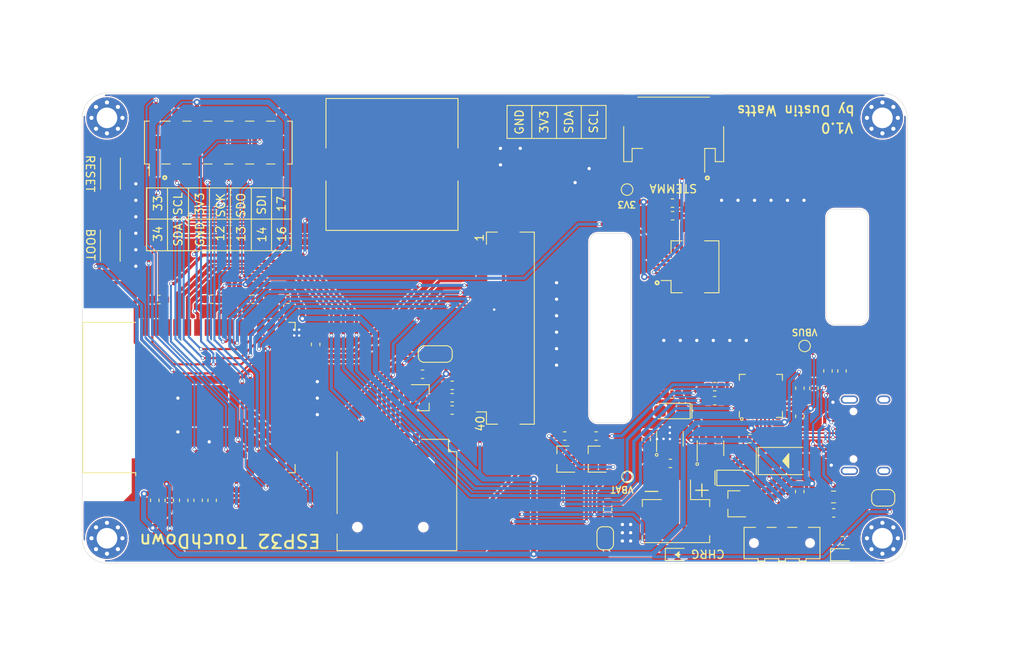
<source format=kicad_pcb>
(kicad_pcb (version 20171130) (host pcbnew "(5.1.6-0)")
  (layers (0 F.Cu signal) (31 B.Cu signal) (34 B.Paste user) (35 F.Paste user) (36 B.SilkS user) (37 F.SilkS user) (38 B.Mask user) (39 F.Mask user hide) (44 Edge.Cuts user))
  (net 0 "")
  (net 1 VBUS)
  (net 2 GND)
  (net 3 +3V3)
  (net 4 EN)
  (net 5 +BATT)
  (net 6 "Net-(D2-Pad1)")
  (net 7 "Net-(FPC1-Pad8)")
  (net 8 TFT_CS)
  (net 9 DC_RS)
  (net 10 SCK)
  (net 11 SDI)
  (net 12 "Net-(FPC1-Pad14)")
  (net 13 TFT_RESET)
  (net 14 TFT_LED)
  (net 15 CTC_IRQ)
  (net 16 D-)
  (net 17 D+)
  (net 18 IO5)
  (net 19 IO12)
  (net 20 IO13)
  (net 21 IO16)
  (net 22 IO33)
  (net 23 IO34)
  (net 24 SDA)
  (net 25 SCL)
  (net 26 PIEZO)
  (net 27 RTS)
  (net 28 "Net-(Q1-Pad1)")
  (net 29 "Net-(Q2-Pad1)")
  (net 30 DTR)
  (net 31 IO0)
  (net 32 "Net-(R3-Pad2)")
  (net 33 RXD0)
  (net 34 TXD0)
  (net 35 "Net-(R4-Pad2)")
  (net 36 "Net-(R13-Pad2)")
  (net 37 "Net-(Rprog1-Pad1)")
  (net 38 SDO)
  (net 39 SD_CS)
  (net 40 LDO_EN)
  (net 41 "Net-(U1-Pad1)")
  (net 42 "Net-(U1-Pad2)")
  (net 43 "Net-(U1-Pad10)")
  (net 44 "Net-(U1-Pad11)")
  (net 45 "Net-(U1-Pad12)")
  (net 46 "Net-(U1-Pad13)")
  (net 47 "Net-(U1-Pad14)")
  (net 48 "Net-(U1-Pad15)")
  (net 49 "Net-(U1-Pad16)")
  (net 50 "Net-(U1-Pad17)")
  (net 51 "Net-(U1-Pad18)")
  (net 52 "Net-(U1-Pad19)")
  (net 53 "Net-(U1-Pad20)")
  (net 54 "Net-(U1-Pad21)")
  (net 55 "Net-(U1-Pad22)")
  (net 56 "Net-(U1-Pad23)")
  (net 57 "Net-(U1-Pad27)")
  (net 58 "Net-(U3-Pad4)")
  (net 59 "Net-(U4-Pad4)")
  (net 60 "Net-(U4-Pad5)")
  (net 61 "Net-(U4-Pad17)")
  (net 62 "Net-(U4-Pad18)")
  (net 63 "Net-(U4-Pad19)")
  (net 64 "Net-(U4-Pad20)")
  (net 65 "Net-(U4-Pad21)")
  (net 66 "Net-(U4-Pad22)")
  (net 67 "Net-(U4-Pad32)")
  (net 68 /VIN)
  (net 69 BATT_DIV)
  (net 70 "Net-(SD1-Pad9)")
  (net 71 "Net-(SD1-Pad8)")
  (net 72 "Net-(SD1-Pad1)")
  (net 73 RSTb)
  (net 74 "Net-(FPC2-Pad5)")
  (net 75 "Net-(D3-Pad2)")
  (net 76 LED_K3)
  (net 77 LED_K2)
  (net 78 LED_K1)
  (net 79 "Net-(FPC1-Pad4)")
  (net 80 "Net-(FPC1-Pad3)")
  (net 81 "Net-(FPC1-Pad2)")
  (net 82 "Net-(FPC1-Pad1)")
  (net 83 IO17)
  (net 84 IO14)
  (net 85 "Net-(JP1-Pad2)")
  (net 86 "Net-(Q4-Pad3)")
  (net 87 "Net-(Q4-Pad1)")
  (net 88 "Net-(F2-Pad2)")
  (net 89 "Net-(J5-PadB8)")
  (net 90 "Net-(J5-PadA5)")
  (net 91 "Net-(J5-PadA8)")
  (net 92 "Net-(J5-PadB5)")
  (net 93 "Net-(JP2-Pad1)")
  (net 94 "Net-(JP3-Pad2)")
  (net 95 /LDO_H)
  (module ESP32_TouchDown_lib:TS-1088R-02526 (layer F.Cu) (at 41.9 55.5 90)
    (fp_text reference SW1)
    (fp_text value "TS-1088R-02526 ")
    (pad 2 smd rect (at 2.225 0 90) (size 1.05 2) (layers F.Cu F.Paste F.Mask) (net 2 GND))
    (pad 1 smd rect (at -2.225 0 90) (size 1.05 2) (layers F.Cu F.Paste F.Mask) (net 31 IO0))
  )
  (module ESP32_TouchDown_lib:TS-1088R-02526 (layer F.Cu) (at 41.93 46.775 270)
    (fp_text reference SW2)
    (fp_text value "TS-1088R-02526 ")
    (pad 2 smd rect (at 2.225 0 270) (size 1.05 2) (layers F.Cu F.Paste F.Mask) (net 2 GND))
    (pad 1 smd rect (at -2.225 0 270) (size 1.05 2) (layers F.Cu F.Paste F.Mask) (net 4 EN))
  )
  (module "ESP32_TouchDown_lib:INGHAi GSC1625YB-3V4000" (layer F.Cu) (at 76.05 45.65)
    (fp_text reference LS1)
    (fp_text value Speaker_PIEZO)
    (pad 2 smd rect (at -8.5 0) (size 3 3) (layers F.Cu F.Paste F.Mask) (net 2 GND))
    (pad 1 smd rect (at 8.5 0) (size 3 3) (layers F.Cu F.Paste F.Mask) (net 26 PIEZO))
  )
  (module ESP32_TouchDown_lib:microSD_TF-01A-C91145 (layer F.Cu) (at 76.15 85.75)
    (fp_text reference SD1)
    (fp_text value microSD_TF-01A)
    (pad "" np_thru_hole circle (at 3.71 3.9) (size 1 1) (drill 1) (layers *.Cu *.Mask))
    (pad 1 smd rect (at 2.8 -6.84) (size 0.7 1.3) (layers F.Cu F.Paste F.Mask) (net 72 "Net-(SD1-Pad1)"))
    (pad 2 smd rect (at 1.7 -6.84) (size 0.7 1.3) (layers F.Cu F.Paste F.Mask) (net 39 SD_CS))
    (pad 3 smd rect (at 0.6 -6.84) (size 0.7 1.3) (layers F.Cu F.Paste F.Mask) (net 11 SDI))
    (pad 4 smd rect (at -0.5 -6.84) (size 0.7 1.3) (layers F.Cu F.Paste F.Mask) (net 3 +3V3))
    (pad 5 smd rect (at -1.6 -6.84) (size 0.7 1.3) (layers F.Cu F.Paste F.Mask) (net 10 SCK))
    (pad 6 smd rect (at -2.7 -6.84) (size 0.7 1.3) (layers F.Cu F.Paste F.Mask) (net 2 GND))
    (pad 7 smd rect (at -3.8 -6.84) (size 0.7 1.3) (layers F.Cu F.Paste F.Mask) (net 38 SDO))
    (pad 8 smd rect (at -4.9 -6.84) (size 0.7 1.3) (layers F.Cu F.Paste F.Mask) (net 71 "Net-(SD1-Pad8)"))
    (pad "" np_thru_hole circle (at -4.29 3.9) (size 1 1) (drill 1) (layers *.Cu *.Mask))
    (pad 10 smd rect (at 8.42 3.51) (size 1.2 2) (layers F.Cu F.Paste F.Mask) (net 2 GND))
    (pad 10 smd rect (at -7.1 3.51) (size 1.2 2) (layers F.Cu F.Paste F.Mask) (net 2 GND))
    (pad 10 smd rect (at 7.58 -6.19) (size 1.2 1.4) (layers F.Cu F.Paste F.Mask) (net 2 GND))
    (pad 10 smd rect (at -7.1 -6.19) (size 1.2 1.4) (layers F.Cu F.Paste F.Mask) (net 2 GND))
    (pad 9 smd rect (at -6 -6.84) (size 0.7 1.3) (layers F.Cu F.Paste F.Mask) (net 70 "Net-(SD1-Pad9)"))
  )
  (module ESP32_TouchDown_lib:Hirose_FH12-40S-0.5SH_1x40-1MP_P0.50mm_Horizontal_flipped (layer F.Cu) (at 88.8 65.51 90)
    (fp_text reference FPC1)
    (fp_text value FPC_40P_0.5mm)
    (pad MP smd rect (at 11.65 1.4 90) (size 1.8 2.2) (layers F.Cu F.Paste F.Mask))
    (pad MP smd rect (at -11.65 1.4 90) (size 1.8 2.2) (layers F.Cu F.Paste F.Mask))
    (pad 40 smd rect (at -9.75 -1.85 90) (size 0.3 1.3) (layers F.Cu F.Paste F.Mask) (net 3 +3V3))
    (pad 39 smd rect (at -9.25 -1.85 90) (size 0.3 1.3) (layers F.Cu F.Paste F.Mask) (net 3 +3V3))
    (pad 38 smd rect (at -8.75 -1.85 90) (size 0.3 1.3) (layers F.Cu F.Paste F.Mask) (net 3 +3V3))
    (pad 37 smd rect (at -8.25 -1.85 90) (size 0.3 1.3) (layers F.Cu F.Paste F.Mask) (net 2 GND))
    (pad 36 smd rect (at -7.75 -1.85 90) (size 0.3 1.3) (layers F.Cu F.Paste F.Mask) (net 76 LED_K3))
    (pad 35 smd rect (at -7.25 -1.85 90) (size 0.3 1.3) (layers F.Cu F.Paste F.Mask) (net 77 LED_K2))
    (pad 34 smd rect (at -6.75 -1.85 90) (size 0.3 1.3) (layers F.Cu F.Paste F.Mask) (net 78 LED_K1))
    (pad 33 smd rect (at -6.25 -1.85 90) (size 0.3 1.3) (layers F.Cu F.Paste F.Mask) (net 3 +3V3))
    (pad 32 smd rect (at -5.75 -1.85 90) (size 0.3 1.3) (layers F.Cu F.Paste F.Mask) (net 2 GND))
    (pad 31 smd rect (at -5.25 -1.85 90) (size 0.3 1.3) (layers F.Cu F.Paste F.Mask) (net 2 GND))
    (pad 30 smd rect (at -4.75 -1.85 90) (size 0.3 1.3) (layers F.Cu F.Paste F.Mask) (net 2 GND))
    (pad 29 smd rect (at -4.25 -1.85 90) (size 0.3 1.3) (layers F.Cu F.Paste F.Mask) (net 2 GND))
    (pad 28 smd rect (at -3.75 -1.85 90) (size 0.3 1.3) (layers F.Cu F.Paste F.Mask) (net 2 GND))
    (pad 27 smd rect (at -3.25 -1.85 90) (size 0.3 1.3) (layers F.Cu F.Paste F.Mask) (net 2 GND))
    (pad 26 smd rect (at -2.75 -1.85 90) (size 0.3 1.3) (layers F.Cu F.Paste F.Mask) (net 2 GND))
    (pad 25 smd rect (at -2.25 -1.85 90) (size 0.3 1.3) (layers F.Cu F.Paste F.Mask) (net 2 GND))
    (pad 24 smd rect (at -1.75 -1.85 90) (size 0.3 1.3) (layers F.Cu F.Paste F.Mask) (net 2 GND))
    (pad 23 smd rect (at -1.25 -1.85 90) (size 0.3 1.3) (layers F.Cu F.Paste F.Mask) (net 2 GND))
    (pad 22 smd rect (at -0.75 -1.85 90) (size 0.3 1.3) (layers F.Cu F.Paste F.Mask) (net 2 GND))
    (pad 21 smd rect (at -0.25 -1.85 90) (size 0.3 1.3) (layers F.Cu F.Paste F.Mask) (net 2 GND))
    (pad 20 smd rect (at 0.25 -1.85 90) (size 0.3 1.3) (layers F.Cu F.Paste F.Mask) (net 2 GND))
    (pad 19 smd rect (at 0.75 -1.85 90) (size 0.3 1.3) (layers F.Cu F.Paste F.Mask) (net 2 GND))
    (pad 18 smd rect (at 1.25 -1.85 90) (size 0.3 1.3) (layers F.Cu F.Paste F.Mask) (net 2 GND))
    (pad 17 smd rect (at 1.75 -1.85 90) (size 0.3 1.3) (layers F.Cu F.Paste F.Mask) (net 2 GND))
    (pad 16 smd rect (at 2.25 -1.85 90) (size 0.3 1.3) (layers F.Cu F.Paste F.Mask) (net 2 GND))
    (pad 15 smd rect (at 2.75 -1.85 90) (size 0.3 1.3) (layers F.Cu F.Paste F.Mask) (net 13 TFT_RESET))
    (pad 14 smd rect (at 3.25 -1.85 90) (size 0.3 1.3) (layers F.Cu F.Paste F.Mask) (net 12 "Net-(FPC1-Pad14)"))
    (pad 13 smd rect (at 3.75 -1.85 90) (size 0.3 1.3) (layers F.Cu F.Paste F.Mask) (net 11 SDI))
    (pad 12 smd rect (at 4.25 -1.85 90) (size 0.3 1.3) (layers F.Cu F.Paste F.Mask) (net 3 +3V3))
    (pad 11 smd rect (at 4.75 -1.85 90) (size 0.3 1.3) (layers F.Cu F.Paste F.Mask) (net 10 SCK))
    (pad 10 smd rect (at 5.25 -1.85 90) (size 0.3 1.3) (layers F.Cu F.Paste F.Mask) (net 9 DC_RS))
    (pad 9 smd rect (at 5.75 -1.85 90) (size 0.3 1.3) (layers F.Cu F.Paste F.Mask) (net 8 TFT_CS))
    (pad 8 smd rect (at 6.25 -1.85 90) (size 0.3 1.3) (layers F.Cu F.Paste F.Mask) (net 7 "Net-(FPC1-Pad8)"))
    (pad 7 smd rect (at 6.75 -1.85 90) (size 0.3 1.3) (layers F.Cu F.Paste F.Mask) (net 3 +3V3))
    (pad 6 smd rect (at 7.25 -1.85 90) (size 0.3 1.3) (layers F.Cu F.Paste F.Mask) (net 3 +3V3))
    (pad 5 smd rect (at 7.75 -1.85 90) (size 0.3 1.3) (layers F.Cu F.Paste F.Mask) (net 2 GND))
    (pad 4 smd rect (at 8.25 -1.85 90) (size 0.3 1.3) (layers F.Cu F.Paste F.Mask) (net 79 "Net-(FPC1-Pad4)"))
    (pad 3 smd rect (at 8.75 -1.85 90) (size 0.3 1.3) (layers F.Cu F.Paste F.Mask) (net 80 "Net-(FPC1-Pad3)"))
    (pad 2 smd rect (at 9.25 -1.85 90) (size 0.3 1.3) (layers F.Cu F.Paste F.Mask) (net 81 "Net-(FPC1-Pad2)"))
    (pad 1 smd rect (at 9.75 -1.85 90) (size 0.3 1.3) (layers F.Cu F.Paste F.Mask) (net 82 "Net-(FPC1-Pad1)"))
  )
  (module Button_Switch_SMD:SW_SPDT_CK-JS102011SAQN (layer F.Cu) (at 123.33 91.58)
    (fp_text reference SW3)
    (fp_text value "SK-3296S-01-L3 ")
    (pad "" np_thru_hole circle (at 3.4 0) (size 0.9 0.9) (drill 0.9) (layers *.Cu *.Mask))
    (pad "" np_thru_hole circle (at -3.4 0) (size 0.9 0.9) (drill 0.9) (layers *.Cu *.Mask))
    (pad 3 smd rect (at 2.5 -2.75) (size 1.25 2.5) (layers F.Cu F.Paste F.Mask) (net 95 /LDO_H))
    (pad 2 smd rect (at 0 -2.75) (size 1.25 2.5) (layers F.Cu F.Paste F.Mask) (net 40 LDO_EN))
    (pad 1 smd rect (at -2.5 -2.75) (size 1.25 2.5) (layers F.Cu F.Paste F.Mask) (net 2 GND))
  )
  (module Connector_USB:USB_C_Receptacle_XKB_U262-16XN-4BVC11 (layer F.Cu) (at 134.6 78.5 90)
    (fp_text reference J5)
    (fp_text value USB_C_Receptacle_USB2.0)
    (pad A12 smd rect (at 3.35 -3.67 90) (size 0.3 1.15) (layers F.Cu F.Paste F.Mask) (net 2 GND))
    (pad A9 smd rect (at 2.55 -3.67 90) (size 0.3 1.15) (layers F.Cu F.Paste F.Mask) (net 88 "Net-(F2-Pad2)"))
    (pad B9 smd rect (at -2.25 -3.67 90) (size 0.3 1.15) (layers F.Cu F.Paste F.Mask) (net 88 "Net-(F2-Pad2)"))
    (pad B12 smd rect (at -3.05 -3.67 90) (size 0.3 1.15) (layers F.Cu F.Paste F.Mask) (net 2 GND))
    (pad A1 smd rect (at -3.35 -3.67 90) (size 0.3 1.15) (layers F.Cu F.Paste F.Mask) (net 2 GND))
    (pad A4 smd rect (at -2.55 -3.67 90) (size 0.3 1.15) (layers F.Cu F.Paste F.Mask) (net 88 "Net-(F2-Pad2)"))
    (pad B8 smd rect (at -1.75 -3.67 90) (size 0.3 1.15) (layers F.Cu F.Paste F.Mask) (net 89 "Net-(J5-PadB8)"))
    (pad A5 smd rect (at -1.25 -3.67 90) (size 0.3 1.15) (layers F.Cu F.Paste F.Mask) (net 90 "Net-(J5-PadA5)"))
    (pad B7 smd rect (at -0.75 -3.67 90) (size 0.3 1.15) (layers F.Cu F.Paste F.Mask) (net 16 D-))
    (pad A6 smd rect (at -0.25 -3.67 90) (size 0.3 1.15) (layers F.Cu F.Paste F.Mask) (net 17 D+))
    (pad A7 smd rect (at 0.25 -3.67 90) (size 0.3 1.15) (layers F.Cu F.Paste F.Mask) (net 16 D-))
    (pad B6 smd rect (at 0.75 -3.67 90) (size 0.3 1.15) (layers F.Cu F.Paste F.Mask) (net 17 D+))
    (pad A8 smd rect (at 1.25 -3.67 90) (size 0.3 1.15) (layers F.Cu F.Paste F.Mask) (net 91 "Net-(J5-PadA8)"))
    (pad B5 smd rect (at 1.75 -3.67 90) (size 0.3 1.15) (layers F.Cu F.Paste F.Mask) (net 92 "Net-(J5-PadB5)"))
    (pad B4 smd rect (at 2.25 -3.67 90) (size 0.3 1.15) (layers F.Cu F.Paste F.Mask) (net 88 "Net-(F2-Pad2)"))
    (pad B1 smd rect (at 3.05 -3.67 90) (size 0.3 1.15) (layers F.Cu F.Paste F.Mask) (net 2 GND))
    (pad "" np_thru_hole circle (at -2.89 -2.605 90) (size 0.65 0.65) (drill 0.65) (layers *.Cu *.Mask))
    (pad "" np_thru_hole circle (at 2.89 -2.605 90) (size 0.65 0.65) (drill 0.65) (layers *.Cu *.Mask))
    (pad S1 thru_hole oval (at 4.32 1.075 90) (size 1 1.6) (drill oval 0.6 1.2) (layers *.Cu *.Mask))
    (pad S1 thru_hole oval (at -4.32 1.075 90) (size 1 1.6) (drill oval 0.6 1.2) (layers *.Cu *.Mask))
    (pad S1 thru_hole oval (at 4.32 -3.105 90) (size 1 2.1) (drill oval 0.6 1.7) (layers *.Cu *.Mask))
    (pad S1 thru_hole oval (at -4.32 -3.105 90) (size 1 2.1) (drill oval 0.6 1.7) (layers *.Cu *.Mask))
  )
  (module Resistor_SMD:R_0603_1608Metric (layer F.Cu) (at 110.05 50.34)
    (fp_text reference R16)
    (fp_text value "10K DNP")
    (pad 1 smd roundrect (at -0.7875 0) (size 0.875 0.95) (layers F.Cu F.Mask) (net 3 +3V3))
    (pad 2 smd roundrect (at 0.7875 0) (size 0.875 0.95) (layers F.Cu F.Mask) (net 24 SDA))
  )
  (module Jumper:SolderJumper-2_P1.3mm_Open_RoundedPad1.0x1.5mm (layer F.Cu) (at 101.9 91 90)
    (fp_text reference JP3)
    (fp_text value Jumper_NO_Small)
    (pad 2 smd custom (at 0.65 0 90) (size 1 0.5) (layers F.Cu F.Mask) (net 94 "Net-(JP3-Pad2)") (options (clearance outline) (anchor rect)) (primitives (gr_circle (center 0 0.25) (end 0.5 0.25) (width 0)) (gr_circle (center 0 -0.25) (end 0.5 -0.25) (width 0)) (gr_poly (pts (xy 0 -0.75) (xy -0.5 -0.75) (xy -0.5 0.75) (xy 0 0.75)) (width 0))))
    (pad 1 smd custom (at -0.65 0 90) (size 1 0.5) (layers F.Cu F.Mask) (net 6 "Net-(D2-Pad1)") (options (clearance outline) (anchor rect)) (primitives (gr_circle (center 0 0.25) (end 0.5 0.25) (width 0)) (gr_circle (center 0 -0.25) (end 0.5 -0.25) (width 0)) (gr_poly (pts (xy 0 -0.75) (xy 0.5 -0.75) (xy 0.5 0.75) (xy 0 0.75)) (width 0))))
  )
  (module Jumper:SolderJumper-2_P1.3mm_Open_RoundedPad1.0x1.5mm (layer F.Cu) (at 135.6 86.1)
    (fp_text reference JP2)
    (fp_text value Jumper_NO_Small)
    (pad 2 smd custom (at 0.65 0) (size 1 0.5) (layers F.Cu F.Mask) (net 3 +3V3) (options (clearance outline) (anchor rect)) (primitives (gr_circle (center 0 0.25) (end 0.5 0.25) (width 0)) (gr_circle (center 0 -0.25) (end 0.5 -0.25) (width 0)) (gr_poly (pts (xy 0 -0.75) (xy -0.5 -0.75) (xy -0.5 0.75) (xy 0 0.75)) (width 0))))
    (pad 1 smd custom (at -0.65 0) (size 1 0.5) (layers F.Cu F.Mask) (net 93 "Net-(JP2-Pad1)") (options (clearance outline) (anchor rect)) (primitives (gr_circle (center 0 0.25) (end 0.5 0.25) (width 0)) (gr_circle (center 0 -0.25) (end 0.5 -0.25) (width 0)) (gr_poly (pts (xy 0 -0.75) (xy 0.5 -0.75) (xy 0.5 0.75) (xy 0 0.75)) (width 0))))
  )
  (module Resistor_SMD:R_0603_1608Metric (layer F.Cu) (at 130.6 70.7 270)
    (fp_text reference R25)
    (fp_text value 5K1)
    (pad 2 smd roundrect (at 0.7875 0 270) (size 0.875 0.95) (layers F.Cu F.Paste F.Mask) (net 92 "Net-(J5-PadB5)"))
    (pad 1 smd roundrect (at -0.7875 0 270) (size 0.875 0.95) (layers F.Cu F.Paste F.Mask) (net 2 GND))
  )
  (module Resistor_SMD:R_0603_1608Metric (layer F.Cu) (at 128.9 70.7 270)
    (fp_text reference R24)
    (fp_text value 5K1)
    (pad 2 smd roundrect (at 0.7875 0 270) (size 0.875 0.95) (layers F.Cu F.Paste F.Mask) (net 90 "Net-(J5-PadA5)"))
    (pad 1 smd roundrect (at -0.7875 0 270) (size 0.875 0.95) (layers F.Cu F.Paste F.Mask) (net 2 GND))
  )
  (module Fuse:Fuse_0805_2012Metric (layer F.Cu) (at 129.58 85.99)
    (fp_text reference F2)
    (fp_text value Polyfuse)
    (pad 2 smd roundrect (at 0.9375 0) (size 0.975 1.4) (layers F.Cu F.Paste F.Mask) (net 88 "Net-(F2-Pad2)"))
    (pad 1 smd roundrect (at -0.9375 0) (size 0.975 1.4) (layers F.Cu F.Paste F.Mask) (net 1 VBUS))
  )
  (module Capacitor_SMD:C_0603_1608Metric (layer F.Cu) (at 129.59 87.92)
    (fp_text reference C2)
    (fp_text value 0.1uF)
    (pad 2 smd roundrect (at 0.7875 0) (size 0.875 0.95) (layers F.Cu F.Paste F.Mask) (net 2 GND))
    (pad 1 smd roundrect (at -0.7875 0) (size 0.875 0.95) (layers F.Cu F.Paste F.Mask) (net 1 VBUS))
  )
  (module Jumper:SolderJumper-3_P1.3mm_Open_RoundedPad1.0x1.5mm_NumberLabels (layer F.Cu) (at 81.3 68.65)
    (fp_text reference JP1)
    (fp_text value 3V3/GPIO)
    (pad 2 smd rect (at 0 0) (size 1 1.5) (layers F.Cu F.Mask) (net 85 "Net-(JP1-Pad2)"))
    (pad 3 smd custom (at 1.3 0) (size 1 0.5) (layers F.Cu F.Mask) (net 3 +3V3) (options (clearance outline) (anchor rect)) (primitives (gr_circle (center 0 0.25) (end 0.5 0.25) (width 0)) (gr_circle (center 0 -0.25) (end 0.5 -0.25) (width 0)) (gr_poly (pts (xy -0.55 -0.75) (xy 0 -0.75) (xy 0 0.75) (xy -0.55 0.75)) (width 0))))
    (pad 1 smd custom (at -1.3 0) (size 1 0.5) (layers F.Cu F.Mask) (net 14 TFT_LED) (options (clearance outline) (anchor rect)) (primitives (gr_circle (center 0 0.25) (end 0.5 0.25) (width 0)) (gr_circle (center 0 -0.25) (end 0.5 -0.25) (width 0)) (gr_poly (pts (xy 0.55 -0.75) (xy 0 -0.75) (xy 0 0.75) (xy 0.55 0.75)) (width 0))))
  )
  (module Resistor_SMD:R_0603_1608Metric (layer F.Cu) (at 59.2 62 180)
    (fp_text reference R23)
    (fp_text value 10K)
    (pad 2 smd roundrect (at 0.7875 0 180) (size 0.875 0.95) (layers F.Cu F.Paste F.Mask) (net 18 IO5))
    (pad 1 smd roundrect (at -0.7875 0 180) (size 0.875 0.95) (layers F.Cu F.Paste F.Mask) (net 3 +3V3))
  )
  (module Resistor_SMD:R_0603_1608Metric (layer F.Cu) (at 130.65 91.3)
    (fp_text reference R22)
    (fp_text value 1K)
    (pad 2 smd roundrect (at 0.7875 0) (size 0.875 0.95) (layers F.Cu F.Paste F.Mask) (net 75 "Net-(D3-Pad2)"))
    (pad 1 smd roundrect (at -0.7875 0) (size 0.875 0.95) (layers F.Cu F.Paste F.Mask) (net 93 "Net-(JP2-Pad1)"))
  )
  (module Resistor_SMD:R_0603_1608Metric (layer F.Cu) (at 83.35 75.45)
    (fp_text reference R21)
    (fp_text value 10)
    (pad 2 smd roundrect (at 0.7875 0) (size 0.875 0.95) (layers F.Cu F.Paste F.Mask) (net 76 LED_K3))
    (pad 1 smd roundrect (at -0.7875 0) (size 0.875 0.95) (layers F.Cu F.Paste F.Mask) (net 86 "Net-(Q4-Pad3)"))
  )
  (module Resistor_SMD:R_0603_1608Metric (layer F.Cu) (at 83.35 73.95)
    (fp_text reference R20)
    (fp_text value 10)
    (pad 2 smd roundrect (at 0.7875 0) (size 0.875 0.95) (layers F.Cu F.Paste F.Mask) (net 77 LED_K2))
    (pad 1 smd roundrect (at -0.7875 0) (size 0.875 0.95) (layers F.Cu F.Paste F.Mask) (net 86 "Net-(Q4-Pad3)"))
  )
  (module Resistor_SMD:R_0603_1608Metric (layer F.Cu) (at 83.35 72.45)
    (fp_text reference R19)
    (fp_text value 10)
    (pad 2 smd roundrect (at 0.7875 0) (size 0.875 0.95) (layers F.Cu F.Paste F.Mask) (net 78 LED_K1))
    (pad 1 smd roundrect (at -0.7875 0) (size 0.875 0.95) (layers F.Cu F.Paste F.Mask) (net 86 "Net-(Q4-Pad3)"))
  )
  (module Resistor_SMD:R_0603_1608Metric (layer F.Cu) (at 79.75 71.1 180)
    (fp_text reference R18)
    (fp_text value 10K)
    (pad 2 smd roundrect (at 0.7875 0 180) (size 0.875 0.95) (layers F.Cu F.Paste F.Mask) (net 87 "Net-(Q4-Pad1)"))
    (pad 1 smd roundrect (at -0.7875 0 180) (size 0.875 0.95) (layers F.Cu F.Paste F.Mask) (net 85 "Net-(JP1-Pad2)"))
  )
  (module Resistor_SMD:R_0603_1608Metric (layer F.Cu) (at 47.8 62.05)
    (fp_text reference R11)
    (fp_text value 10K)
    (pad 2 smd roundrect (at 0.7875 0) (size 0.875 0.95) (layers F.Cu F.Paste F.Mask) (net 25 SCL))
    (pad 1 smd roundrect (at -0.7875 0) (size 0.875 0.95) (layers F.Cu F.Paste F.Mask) (net 3 +3V3))
  )
  (module Resistor_SMD:R_0603_1608Metric (layer F.Cu) (at 54.2 62 180)
    (fp_text reference R7)
    (fp_text value 10K)
    (pad 2 smd roundrect (at 0.7875 0 180) (size 0.875 0.95) (layers F.Cu F.Paste F.Mask) (net 24 SDA))
    (pad 1 smd roundrect (at -0.7875 0 180) (size 0.875 0.95) (layers F.Cu F.Paste F.Mask) (net 3 +3V3))
  )
  (module Package_TO_SOT_SMD:SOT-23 (layer F.Cu) (at 79.8 73.95)
    (fp_text reference Q4)
    (fp_text value S8050)
    (pad 3 smd rect (at 1 0) (size 0.9 0.8) (layers F.Cu F.Paste F.Mask) (net 86 "Net-(Q4-Pad3)"))
    (pad 2 smd rect (at -1 0.95) (size 0.9 0.8) (layers F.Cu F.Paste F.Mask) (net 2 GND))
    (pad 1 smd rect (at -1 -0.95) (size 0.9 0.8) (layers F.Cu F.Paste F.Mask) (net 87 "Net-(Q4-Pad1)"))
  )
  (module Connector_PinHeader_2.54mm:PinHeader_2x07_P2.54mm_Vertical_SMD (layer F.Cu) (at 55 43 90)
    (fp_text reference J2)
    (fp_text value Conn_02x07_Odd_Even)
    (pad 14 smd rect (at 2.525 7.62 90) (size 3.15 1) (layers F.Cu F.Paste F.Mask) (net 83 IO17))
    (pad 13 smd rect (at -2.525 7.62 90) (size 3.15 1) (layers F.Cu F.Paste F.Mask) (net 21 IO16))
    (pad 12 smd rect (at 2.525 5.08 90) (size 3.15 1) (layers F.Cu F.Paste F.Mask) (net 11 SDI))
    (pad 11 smd rect (at -2.525 5.08 90) (size 3.15 1) (layers F.Cu F.Paste F.Mask) (net 84 IO14))
    (pad 10 smd rect (at 2.525 2.54 90) (size 3.15 1) (layers F.Cu F.Paste F.Mask) (net 38 SDO))
    (pad 9 smd rect (at -2.525 2.54 90) (size 3.15 1) (layers F.Cu F.Paste F.Mask) (net 20 IO13))
    (pad 8 smd rect (at 2.525 0 90) (size 3.15 1) (layers F.Cu F.Paste F.Mask) (net 10 SCK))
    (pad 7 smd rect (at -2.525 0 90) (size 3.15 1) (layers F.Cu F.Paste F.Mask) (net 19 IO12))
    (pad 6 smd rect (at 2.525 -2.54 90) (size 3.15 1) (layers F.Cu F.Paste F.Mask) (net 3 +3V3))
    (pad 5 smd rect (at -2.525 -2.54 90) (size 3.15 1) (layers F.Cu F.Paste F.Mask) (net 2 GND))
    (pad 4 smd rect (at 2.525 -5.08 90) (size 3.15 1) (layers F.Cu F.Paste F.Mask) (net 25 SCL))
    (pad 3 smd rect (at -2.525 -5.08 90) (size 3.15 1) (layers F.Cu F.Paste F.Mask) (net 24 SDA))
    (pad 2 smd rect (at 2.525 -7.62 90) (size 3.15 1) (layers F.Cu F.Paste F.Mask) (net 22 IO33))
    (pad 1 smd rect (at -2.525 -7.62 90) (size 3.15 1) (layers F.Cu F.Paste F.Mask) (net 23 IO34))
  )
  (module LED_SMD:LED_0603_1608Metric (layer F.Cu) (at 130.7 93)
    (fp_text reference D3)
    (fp_text value ON)
    (pad 2 smd roundrect (at 0.7875 0) (size 0.875 0.95) (layers F.Cu F.Paste F.Mask) (net 75 "Net-(D3-Pad2)"))
    (pad 1 smd roundrect (at -0.7875 0) (size 0.875 0.95) (layers F.Cu F.Paste F.Mask) (net 2 GND))
  )
  (module MountingHole:MountingHole_2.5mm_Pad_Via (layer F.Cu) (at 41.5 40)
    (fp_text reference H1)
    (fp_text value MountingHole)
    (pad 1 thru_hole circle (at 1.325825 -1.325825) (size 0.8 0.8) (drill 0.5) (layers *.Cu *.Mask))
    (pad 1 thru_hole circle (at 0 -1.875) (size 0.8 0.8) (drill 0.5) (layers *.Cu *.Mask))
    (pad 1 thru_hole circle (at -1.325825 -1.325825) (size 0.8 0.8) (drill 0.5) (layers *.Cu *.Mask))
    (pad 1 thru_hole circle (at -1.875 0) (size 0.8 0.8) (drill 0.5) (layers *.Cu *.Mask))
    (pad 1 thru_hole circle (at -1.325825 1.325825) (size 0.8 0.8) (drill 0.5) (layers *.Cu *.Mask))
    (pad 1 thru_hole circle (at 0 1.875) (size 0.8 0.8) (drill 0.5) (layers *.Cu *.Mask))
    (pad 1 thru_hole circle (at 1.325825 1.325825) (size 0.8 0.8) (drill 0.5) (layers *.Cu *.Mask))
    (pad 1 thru_hole circle (at 1.875 0) (size 0.8 0.8) (drill 0.5) (layers *.Cu *.Mask))
    (pad 1 thru_hole circle (at 0 0) (size 5 5) (drill 2.5) (layers *.Cu *.Mask))
  )
  (module MountingHole:MountingHole_2.5mm_Pad_Via (layer F.Cu) (at 41.5 91)
    (fp_text reference H2)
    (fp_text value MountingHole)
    (pad 1 thru_hole circle (at 1.325825 -1.325825) (size 0.8 0.8) (drill 0.5) (layers *.Cu *.Mask))
    (pad 1 thru_hole circle (at 0 -1.875) (size 0.8 0.8) (drill 0.5) (layers *.Cu *.Mask))
    (pad 1 thru_hole circle (at -1.325825 -1.325825) (size 0.8 0.8) (drill 0.5) (layers *.Cu *.Mask))
    (pad 1 thru_hole circle (at -1.875 0) (size 0.8 0.8) (drill 0.5) (layers *.Cu *.Mask))
    (pad 1 thru_hole circle (at -1.325825 1.325825) (size 0.8 0.8) (drill 0.5) (layers *.Cu *.Mask))
    (pad 1 thru_hole circle (at 0 1.875) (size 0.8 0.8) (drill 0.5) (layers *.Cu *.Mask))
    (pad 1 thru_hole circle (at 1.325825 1.325825) (size 0.8 0.8) (drill 0.5) (layers *.Cu *.Mask))
    (pad 1 thru_hole circle (at 1.875 0) (size 0.8 0.8) (drill 0.5) (layers *.Cu *.Mask))
    (pad 1 thru_hole circle (at 0 0) (size 5 5) (drill 2.5) (layers *.Cu *.Mask))
  )
  (module MountingHole:MountingHole_2.5mm_Pad_Via (layer F.Cu) (at 135.5 40)
    (fp_text reference H3)
    (fp_text value MountingHole)
    (pad 1 thru_hole circle (at 1.325825 -1.325825) (size 0.8 0.8) (drill 0.5) (layers *.Cu *.Mask))
    (pad 1 thru_hole circle (at 0 -1.875) (size 0.8 0.8) (drill 0.5) (layers *.Cu *.Mask))
    (pad 1 thru_hole circle (at -1.325825 -1.325825) (size 0.8 0.8) (drill 0.5) (layers *.Cu *.Mask))
    (pad 1 thru_hole circle (at -1.875 0) (size 0.8 0.8) (drill 0.5) (layers *.Cu *.Mask))
    (pad 1 thru_hole circle (at -1.325825 1.325825) (size 0.8 0.8) (drill 0.5) (layers *.Cu *.Mask))
    (pad 1 thru_hole circle (at 0 1.875) (size 0.8 0.8) (drill 0.5) (layers *.Cu *.Mask))
    (pad 1 thru_hole circle (at 1.325825 1.325825) (size 0.8 0.8) (drill 0.5) (layers *.Cu *.Mask))
    (pad 1 thru_hole circle (at 1.875 0) (size 0.8 0.8) (drill 0.5) (layers *.Cu *.Mask))
    (pad 1 thru_hole circle (at 0 0) (size 5 5) (drill 2.5) (layers *.Cu *.Mask))
  )
  (module MountingHole:MountingHole_2.5mm_Pad_Via (layer F.Cu) (at 135.5 91)
    (fp_text reference H4)
    (fp_text value MountingHole)
    (pad 1 thru_hole circle (at 1.325825 -1.325825) (size 0.8 0.8) (drill 0.5) (layers *.Cu *.Mask))
    (pad 1 thru_hole circle (at 0 -1.875) (size 0.8 0.8) (drill 0.5) (layers *.Cu *.Mask))
    (pad 1 thru_hole circle (at -1.325825 -1.325825) (size 0.8 0.8) (drill 0.5) (layers *.Cu *.Mask))
    (pad 1 thru_hole circle (at -1.875 0) (size 0.8 0.8) (drill 0.5) (layers *.Cu *.Mask))
    (pad 1 thru_hole circle (at -1.325825 1.325825) (size 0.8 0.8) (drill 0.5) (layers *.Cu *.Mask))
    (pad 1 thru_hole circle (at 0 1.875) (size 0.8 0.8) (drill 0.5) (layers *.Cu *.Mask))
    (pad 1 thru_hole circle (at 1.325825 1.325825) (size 0.8 0.8) (drill 0.5) (layers *.Cu *.Mask))
    (pad 1 thru_hole circle (at 1.875 0) (size 0.8 0.8) (drill 0.5) (layers *.Cu *.Mask))
    (pad 1 thru_hole circle (at 0 0) (size 5 5) (drill 2.5) (layers *.Cu *.Mask))
  )
  (module Connector_JST:JST_PH_B2B-PH-SM4-TB_1x02-1MP_P2.00mm_Vertical (layer F.Cu) (at 110.48 87.17 180)
    (fp_text reference J3)
    (fp_text value " B2B-PH-SM4-TB(LF)(SN) ")
    (pad 1 smd roundrect (at -1 0.5 180) (size 1 5.5) (layers F.Cu F.Paste F.Mask) (net 5 +BATT))
    (pad 2 smd roundrect (at 1 0.5 180) (size 1 5.499999) (layers F.Cu F.Paste F.Mask) (net 2 GND))
    (pad MP smd roundrect (at -3.4 -1.75 180) (size 1.6 3) (layers F.Cu F.Paste F.Mask) (roundrect_rratio 0.15625))
    (pad MP smd roundrect (at 3.4 -1.75 180) (size 1.6 3) (layers F.Cu F.Paste F.Mask) (roundrect_rratio 0.15625))
  )
  (module Capacitor_SMD:C_0603_1608Metric (layer F.Cu) (at 119.43 78.91 180)
    (fp_text reference C10)
    (fp_text value 0.1uF)
    (pad 2 smd roundrect (at 0.7875 0 180) (size 0.875 0.95) (layers F.Cu F.Paste F.Mask) (net 2 GND))
    (pad 1 smd roundrect (at -0.7875 0 180) (size 0.875 0.95) (layers F.Cu F.Paste F.Mask) (net 3 +3V3))
  )
  (module RF_Module:ESP32-WROOM-32 (layer F.Cu) (at 54.43 73.93 90)
    (fp_text reference U4)
    (fp_text value ESP32-WROOM-32D)
    (pad 39 smd rect (at -1 -0.755 90) (size 5 5) (layers F.Cu F.Paste F.Mask) (net 2 GND))
    (pad 1 smd rect (at -8.5 -8.255 90) (size 2 0.9) (layers F.Cu F.Paste F.Mask) (net 2 GND))
    (pad 2 smd rect (at -8.5 -6.985 90) (size 2 0.9) (layers F.Cu F.Paste F.Mask) (net 3 +3V3))
    (pad 3 smd rect (at -8.5 -5.715 90) (size 2 0.9) (layers F.Cu F.Paste F.Mask) (net 4 EN))
    (pad 4 smd rect (at -8.5 -4.445 90) (size 2 0.9) (layers F.Cu F.Paste F.Mask) (net 59 "Net-(U4-Pad4)"))
    (pad 5 smd rect (at -8.5 -3.175 90) (size 2 0.9) (layers F.Cu F.Paste F.Mask) (net 60 "Net-(U4-Pad5)"))
    (pad 6 smd rect (at -8.5 -1.905 90) (size 2 0.9) (layers F.Cu F.Paste F.Mask) (net 23 IO34))
    (pad 7 smd rect (at -8.5 -0.635 90) (size 2 0.9) (layers F.Cu F.Paste F.Mask) (net 69 BATT_DIV))
    (pad 8 smd rect (at -8.5 0.635 90) (size 2 0.9) (layers F.Cu F.Paste F.Mask) (net 14 TFT_LED))
    (pad 9 smd rect (at -8.5 1.905 90) (size 2 0.9) (layers F.Cu F.Paste F.Mask) (net 22 IO33))
    (pad 10 smd rect (at -8.5 3.175 90) (size 2 0.9) (layers F.Cu F.Paste F.Mask) (net 39 SD_CS))
    (pad 11 smd rect (at -8.5 4.445 90) (size 2 0.9) (layers F.Cu F.Paste F.Mask) (net 26 PIEZO))
    (pad 12 smd rect (at -8.5 5.715 90) (size 2 0.9) (layers F.Cu F.Paste F.Mask) (net 15 CTC_IRQ))
    (pad 13 smd rect (at -8.5 6.985 90) (size 2 0.9) (layers F.Cu F.Paste F.Mask) (net 84 IO14))
    (pad 14 smd rect (at -8.5 8.255 90) (size 2 0.9) (layers F.Cu F.Paste F.Mask) (net 19 IO12))
    (pad 15 smd rect (at -5.715 9.255 180) (size 2 0.9) (layers F.Cu F.Paste F.Mask) (net 2 GND))
    (pad 16 smd rect (at -4.445 9.255 180) (size 2 0.9) (layers F.Cu F.Paste F.Mask) (net 20 IO13))
    (pad 17 smd rect (at -3.175 9.255 180) (size 2 0.9) (layers F.Cu F.Paste F.Mask) (net 61 "Net-(U4-Pad17)"))
    (pad 18 smd rect (at -1.905 9.255 180) (size 2 0.9) (layers F.Cu F.Paste F.Mask) (net 62 "Net-(U4-Pad18)"))
    (pad 19 smd rect (at -0.635 9.255 180) (size 2 0.9) (layers F.Cu F.Paste F.Mask) (net 63 "Net-(U4-Pad19)"))
    (pad 20 smd rect (at 0.635 9.255 180) (size 2 0.9) (layers F.Cu F.Paste F.Mask) (net 64 "Net-(U4-Pad20)"))
    (pad 21 smd rect (at 1.905 9.255 180) (size 2 0.9) (layers F.Cu F.Paste F.Mask) (net 65 "Net-(U4-Pad21)"))
    (pad 22 smd rect (at 3.175 9.255 180) (size 2 0.9) (layers F.Cu F.Paste F.Mask) (net 66 "Net-(U4-Pad22)"))
    (pad 23 smd rect (at 4.445 9.255 180) (size 2 0.9) (layers F.Cu F.Paste F.Mask) (net 8 TFT_CS))
    (pad 24 smd rect (at 5.715 9.255 180) (size 2 0.9) (layers F.Cu F.Paste F.Mask) (net 9 DC_RS))
    (pad 25 smd rect (at 8.5 8.255 90) (size 2 0.9) (layers F.Cu F.Paste F.Mask) (net 31 IO0))
    (pad 26 smd rect (at 8.5 6.985 90) (size 2 0.9) (layers F.Cu F.Paste F.Mask) (net 13 TFT_RESET))
    (pad 27 smd rect (at 8.5 5.715 90) (size 2 0.9) (layers F.Cu F.Paste F.Mask) (net 21 IO16))
    (pad 28 smd rect (at 8.5 4.445 90) (size 2 0.9) (layers F.Cu F.Paste F.Mask) (net 83 IO17))
    (pad 29 smd rect (at 8.5 3.175 90) (size 2 0.9) (layers F.Cu F.Paste F.Mask) (net 18 IO5))
    (pad 30 smd rect (at 8.5 1.905 90) (size 2 0.9) (layers F.Cu F.Paste F.Mask) (net 10 SCK))
    (pad 31 smd rect (at 8.5 0.635 90) (size 2 0.9) (layers F.Cu F.Paste F.Mask) (net 38 SDO))
    (pad 32 smd rect (at 8.5 -0.635 90) (size 2 0.9) (layers F.Cu F.Paste F.Mask) (net 67 "Net-(U4-Pad32)"))
    (pad 33 smd rect (at 8.5 -1.905 90) (size 2 0.9) (layers F.Cu F.Paste F.Mask) (net 24 SDA))
    (pad 34 smd rect (at 8.5 -3.175 90) (size 2 0.9) (layers F.Cu F.Paste F.Mask) (net 33 RXD0))
    (pad 35 smd rect (at 8.5 -4.445 90) (size 2 0.9) (layers F.Cu F.Paste F.Mask) (net 34 TXD0))
    (pad 36 smd rect (at 8.5 -5.715 90) (size 2 0.9) (layers F.Cu F.Paste F.Mask) (net 25 SCL))
    (pad 37 smd rect (at 8.5 -6.985 90) (size 2 0.9) (layers F.Cu F.Paste F.Mask) (net 11 SDI))
    (pad 38 smd rect (at 8.5 -8.255 90) (size 2 0.9) (layers F.Cu F.Paste F.Mask) (net 2 GND))
  )
  (module Capacitor_SMD:C_0603_1608Metric (layer F.Cu) (at 125.5 76.2 270)
    (fp_text reference C1)
    (fp_text value 0.1uF)
    (pad 1 smd roundrect (at -0.7875 0 270) (size 0.875 0.95) (layers F.Cu F.Paste F.Mask) (net 1 VBUS))
    (pad 2 smd roundrect (at 0.7875 0 270) (size 0.875 0.95) (layers F.Cu F.Paste F.Mask) (net 2 GND))
  )
  (module Capacitor_Tantalum_SMD:CP_EIA-3216-18_Kemet-A (layer F.Cu) (at 117.73 83.68)
    (fp_text reference C4)
    (fp_text value 10uF)
    (pad 2 smd roundrect (at 1.35 0) (size 1.4 1.35) (layers F.Cu F.Paste F.Mask) (roundrect_rratio 0.185185) (net 2 GND))
    (pad 1 smd roundrect (at -1.35 0) (size 1.4 1.35) (layers F.Cu F.Paste F.Mask) (roundrect_rratio 0.185185) (net 68 /VIN))
  )
  (module Capacitor_Tantalum_SMD:CP_EIA-3216-18_Kemet-A (layer F.Cu) (at 109.89 75.57 180)
    (fp_text reference C5)
    (fp_text value 10uF)
    (pad 1 smd roundrect (at -1.35 0 180) (size 1.4 1.35) (layers F.Cu F.Paste F.Mask) (roundrect_rratio 0.185185) (net 3 +3V3))
    (pad 2 smd roundrect (at 1.35 0 180) (size 1.4 1.35) (layers F.Cu F.Paste F.Mask) (roundrect_rratio 0.185185) (net 2 GND))
  )
  (module Capacitor_SMD:C_0603_1608Metric (layer F.Cu) (at 47.3 86.4 270)
    (fp_text reference C6)
    (fp_text value 0.1uF)
    (pad 1 smd roundrect (at -0.7875 0 270) (size 0.875 0.95) (layers F.Cu F.Paste F.Mask) (net 3 +3V3))
    (pad 2 smd roundrect (at 0.7875 0 270) (size 0.875 0.95) (layers F.Cu F.Paste F.Mask) (net 2 GND))
  )
  (module Capacitor_SMD:C_0603_1608Metric (layer F.Cu) (at 109.96 73.51 180)
    (fp_text reference C7)
    (fp_text value 1uF)
    (pad 1 smd roundrect (at -0.7875 0 180) (size 0.875 0.95) (layers F.Cu F.Paste F.Mask) (net 3 +3V3))
    (pad 2 smd roundrect (at 0.7875 0 180) (size 0.875 0.95) (layers F.Cu F.Paste F.Mask) (net 2 GND))
  )
  (module Capacitor_SMD:C_0603_1608Metric (layer F.Cu) (at 50.8 86.4 270)
    (fp_text reference C8)
    (fp_text value 0.1uF)
    (pad 1 smd roundrect (at -0.7875 0 270) (size 0.875 0.95) (layers F.Cu F.Paste F.Mask) (net 4 EN))
    (pad 2 smd roundrect (at 0.7875 0 270) (size 0.875 0.95) (layers F.Cu F.Paste F.Mask) (net 2 GND))
  )
  (module Capacitor_SMD:C_0603_1608Metric (layer F.Cu) (at 109.8 81.92 180)
    (fp_text reference C9)
    (fp_text value 10uF)
    (pad 2 smd roundrect (at 0.7875 0 180) (size 0.875 0.95) (layers F.Cu F.Paste F.Mask) (net 2 GND))
    (pad 1 smd roundrect (at -0.7875 0 180) (size 0.875 0.95) (layers F.Cu F.Paste F.Mask) (net 5 +BATT))
  )
  (module Diode_SMD:D_SMA (layer F.Cu) (at 123.85 81.63)
    (fp_text reference D1)
    (fp_text value SS14D)
    (pad 1 smd rect (at -2 0) (size 2.5 1.8) (layers F.Cu F.Paste F.Mask) (net 68 /VIN))
    (pad 2 smd rect (at 2 0) (size 2.5 1.8) (layers F.Cu F.Paste F.Mask) (net 1 VBUS))
  )
  (module LED_SMD:LED_0603_1608Metric (layer F.Cu) (at 110.67 92.96)
    (fp_text reference D2)
    (fp_text value CHG)
    (pad 1 smd roundrect (at -0.7875 0) (size 0.875 0.95) (layers F.Cu F.Paste F.Mask) (net 6 "Net-(D2-Pad1)"))
    (pad 2 smd roundrect (at 0.7875 0) (size 0.875 0.95) (layers F.Cu F.Paste F.Mask) (net 1 VBUS))
  )
  (module Connector_FFC-FPC:Hirose_FH12-6S-0.5SH_1x06-1MP_P0.50mm_Horizontal (layer F.Cu) (at 111.18 58.07 90)
    (fp_text reference FPC2)
    (fp_text value Conn_01x06)
    (pad MP smd rect (at 3.15 1.4 90) (size 1.8 2.2) (layers F.Cu F.Paste F.Mask))
    (pad MP smd rect (at -3.15 1.4 90) (size 1.8 2.2) (layers F.Cu F.Paste F.Mask))
    (pad 1 smd rect (at -1.25 -1.85 90) (size 0.3 1.3) (layers F.Cu F.Paste F.Mask) (net 3 +3V3))
    (pad 2 smd rect (at -0.75 -1.85 90) (size 0.3 1.3) (layers F.Cu F.Paste F.Mask) (net 24 SDA))
    (pad 3 smd rect (at -0.25 -1.85 90) (size 0.3 1.3) (layers F.Cu F.Paste F.Mask) (net 25 SCL))
    (pad 4 smd rect (at 0.25 -1.85 90) (size 0.3 1.3) (layers F.Cu F.Paste F.Mask) (net 15 CTC_IRQ))
    (pad 5 smd rect (at 0.75 -1.85 90) (size 0.3 1.3) (layers F.Cu F.Paste F.Mask) (net 74 "Net-(FPC2-Pad5)"))
    (pad 6 smd rect (at 1.25 -1.85 90) (size 0.3 1.3) (layers F.Cu F.Paste F.Mask) (net 2 GND))
  )
  (module Package_TO_SOT_SMD:SOT-23 (layer F.Cu) (at 100.6 81.4 180)
    (fp_text reference Q1)
    (fp_text value S8050)
    (pad 3 smd rect (at 1 0 180) (size 0.9 0.8) (layers F.Cu F.Paste F.Mask) (net 4 EN))
    (pad 2 smd rect (at -1 0.95 180) (size 0.9 0.8) (layers F.Cu F.Paste F.Mask) (net 27 RTS))
    (pad 1 smd rect (at -1 -0.95 180) (size 0.9 0.8) (layers F.Cu F.Paste F.Mask) (net 28 "Net-(Q1-Pad1)"))
  )
  (module Package_TO_SOT_SMD:SOT-23 (layer F.Cu) (at 96.8 81.4 180)
    (fp_text reference Q2)
    (fp_text value S8050)
    (pad 1 smd rect (at -1 -0.95 180) (size 0.9 0.8) (layers F.Cu F.Paste F.Mask) (net 29 "Net-(Q2-Pad1)"))
    (pad 2 smd rect (at -1 0.95 180) (size 0.9 0.8) (layers F.Cu F.Paste F.Mask) (net 30 DTR))
    (pad 3 smd rect (at 1 0 180) (size 0.9 0.8) (layers F.Cu F.Paste F.Mask) (net 31 IO0))
  )
  (module Package_TO_SOT_SMD:SOT-23 (layer F.Cu) (at 117.53 86.82 180)
    (fp_text reference Q3)
    (fp_text value DMG3415U-7)
    (pad 1 smd rect (at -1 -0.95 180) (size 0.9 0.8) (layers F.Cu F.Paste F.Mask) (net 1 VBUS))
    (pad 2 smd rect (at -1 0.95 180) (size 0.9 0.8) (layers F.Cu F.Paste F.Mask) (net 68 /VIN))
    (pad 3 smd rect (at 1 0 180) (size 0.9 0.8) (layers F.Cu F.Paste F.Mask) (net 5 +BATT))
  )
  (module Resistor_SMD:R_0603_1608Metric (layer F.Cu) (at 125.5 72.8 270)
    (fp_text reference R1)
    (fp_text value 4.7K)
    (pad 1 smd roundrect (at -0.7875 0 270) (size 0.875 0.95) (layers F.Cu F.Paste F.Mask) (net 3 +3V3))
    (pad 2 smd roundrect (at 0.7875 0 270) (size 0.875 0.95) (layers F.Cu F.Paste F.Mask) (net 73 RSTb))
  )
  (module Resistor_SMD:R_0603_1608Metric (layer F.Cu) (at 127.2 72.8 90)
    (fp_text reference R2)
    (fp_text value 100K)
    (pad 2 smd roundrect (at 0.7875 0 90) (size 0.875 0.95) (layers F.Cu F.Paste F.Mask) (net 2 GND))
    (pad 1 smd roundrect (at -0.7875 0 90) (size 0.875 0.95) (layers F.Cu F.Paste F.Mask) (net 1 VBUS))
  )
  (module Resistor_SMD:R_0603_1608Metric (layer F.Cu) (at 115.17 72.61)
    (fp_text reference R3)
    (fp_text value 1K)
    (pad 2 smd roundrect (at 0.7875 0) (size 0.875 0.95) (layers F.Cu F.Paste F.Mask) (net 32 "Net-(R3-Pad2)"))
    (pad 1 smd roundrect (at -0.7875 0) (size 0.875 0.95) (layers F.Cu F.Paste F.Mask) (net 34 TXD0))
  )
  (module Resistor_SMD:R_0603_1608Metric (layer F.Cu) (at 115.17 74.31)
    (fp_text reference R4)
    (fp_text value 1K)
    (pad 1 smd roundrect (at -0.7875 0) (size 0.875 0.95) (layers F.Cu F.Paste F.Mask) (net 33 RXD0))
    (pad 2 smd roundrect (at 0.7875 0) (size 0.875 0.95) (layers F.Cu F.Paste F.Mask) (net 35 "Net-(R4-Pad2)"))
  )
  (module Resistor_SMD:R_0603_1608Metric (layer F.Cu) (at 96.9875 78.6)
    (fp_text reference R5)
    (fp_text value 10K)
    (pad 1 smd roundrect (at -0.7875 0) (size 0.875 0.95) (layers F.Cu F.Paste F.Mask) (net 28 "Net-(Q1-Pad1)"))
    (pad 2 smd roundrect (at 0.7875 0) (size 0.875 0.95) (layers F.Cu F.Paste F.Mask) (net 30 DTR))
  )
  (module Resistor_SMD:R_0603_1608Metric (layer F.Cu) (at 100.8 78.6)
    (fp_text reference R6)
    (fp_text value 10K)
    (pad 2 smd roundrect (at 0.7875 0) (size 0.875 0.95) (layers F.Cu F.Paste F.Mask) (net 27 RTS))
    (pad 1 smd roundrect (at -0.7875 0) (size 0.875 0.95) (layers F.Cu F.Paste F.Mask) (net 29 "Net-(Q2-Pad1)"))
  )
  (module Resistor_SMD:R_0603_1608Metric (layer F.Cu) (at 49.05 86.4 90)
    (fp_text reference R8)
    (fp_text value 10K)
    (pad 1 smd roundrect (at -0.7875 0 90) (size 0.875 0.95) (layers F.Cu F.Paste F.Mask) (net 3 +3V3))
    (pad 2 smd roundrect (at 0.7875 0 90) (size 0.875 0.95) (layers F.Cu F.Paste F.Mask) (net 4 EN))
  )
  (module Resistor_SMD:R_0603_1608Metric (layer F.Cu) (at 125.48 85.34 270)
    (fp_text reference R9)
    (fp_text value 100K)
    (pad 1 smd roundrect (at -0.7875 0 270) (size 0.875 0.95) (layers F.Cu F.Paste F.Mask) (net 68 /VIN))
    (pad 2 smd roundrect (at 0.7875 0 270) (size 0.875 0.95) (layers F.Cu F.Paste F.Mask) (net 95 /LDO_H))
  )
  (module Resistor_SMD:R_0603_1608Metric (layer F.Cu) (at 63.45 62 180)
    (fp_text reference R10)
    (fp_text value 10K)
    (pad 2 smd roundrect (at 0.7875 0 180) (size 0.875 0.95) (layers F.Cu F.Paste F.Mask) (net 31 IO0))
    (pad 1 smd roundrect (at -0.7875 0 180) (size 0.875 0.95) (layers F.Cu F.Paste F.Mask) (net 3 +3V3))
  )
  (module Resistor_SMD:R_0603_1608Metric (layer F.Cu) (at 66.8 67.4875 270)
    (fp_text reference R12)
    (fp_text value 10K)
    (pad 2 smd roundrect (at 0.7875 0 270) (size 0.875 0.95) (layers F.Cu F.Paste F.Mask) (net 9 DC_RS))
    (pad 1 smd roundrect (at -0.7875 0 270) (size 0.875 0.95) (layers F.Cu F.Paste F.Mask) (net 2 GND))
  )
  (module Resistor_SMD:R_0603_1608Metric (layer F.Cu) (at 102.2 87.5 90)
    (fp_text reference R13)
    (fp_text value 1.3K)
    (pad 1 smd roundrect (at -0.7875 0 90) (size 0.875 0.95) (layers F.Cu F.Paste F.Mask) (net 94 "Net-(JP3-Pad2)"))
    (pad 2 smd roundrect (at 0.7875 0 90) (size 0.875 0.95) (layers F.Cu F.Paste F.Mask) (net 36 "Net-(R13-Pad2)"))
  )
  (module Resistor_SMD:R_0603_1608Metric (layer F.Cu) (at 54.25 86.4 90)
    (fp_text reference R14)
    (fp_text value 100K)
    (pad 1 smd roundrect (at -0.7875 0 90) (size 0.875 0.95) (layers F.Cu F.Paste F.Mask) (net 5 +BATT))
    (pad 2 smd roundrect (at 0.7875 0 90) (size 0.875 0.95) (layers F.Cu F.Paste F.Mask) (net 69 BATT_DIV))
  )
  (module Resistor_SMD:R_0603_1608Metric (layer F.Cu) (at 52.55 86.4 270)
    (fp_text reference R15)
    (fp_text value 100K)
    (pad 2 smd roundrect (at 0.7875 0 270) (size 0.875 0.95) (layers F.Cu F.Paste F.Mask) (net 2 GND))
    (pad 1 smd roundrect (at -0.7875 0 270) (size 0.875 0.95) (layers F.Cu F.Paste F.Mask) (net 69 BATT_DIV))
  )
  (module Resistor_SMD:R_0603_1608Metric (layer F.Cu) (at 106.87 79.01 270)
    (fp_text reference Rprog1)
    (fp_text value 3.3K)
    (pad 2 smd roundrect (at 0.7875 0 270) (size 0.875 0.95) (layers F.Cu F.Paste F.Mask) (net 2 GND))
    (pad 1 smd roundrect (at -0.7875 0 270) (size 0.875 0.95) (layers F.Cu F.Paste F.Mask) (net 37 "Net-(Rprog1-Pad1)"))
  )
  (module Package_DFN_QFN:QFN-28-1EP_5x5mm_P0.5mm_EP3.35x3.35mm (layer F.Cu) (at 120.77 73.73 90)
    (fp_text reference U1)
    (fp_text value CP2102N-A01-GQFN28)
    (pad 1 smd roundrect (at -2.45 -1.5 90) (size 0.8 0.25) (layers F.Cu F.Paste F.Mask) (net 41 "Net-(U1-Pad1)"))
    (pad 2 smd roundrect (at -2.45 -1 90) (size 0.8 0.25) (layers F.Cu F.Paste F.Mask) (net 42 "Net-(U1-Pad2)"))
    (pad 3 smd roundrect (at -2.45 -0.5 90) (size 0.8 0.25) (layers F.Cu F.Paste F.Mask) (net 2 GND))
    (pad 4 smd roundrect (at -2.45 0 90) (size 0.8 0.25) (layers F.Cu F.Paste F.Mask) (net 17 D+))
    (pad 5 smd roundrect (at -2.45 0.5 90) (size 0.8 0.25) (layers F.Cu F.Paste F.Mask) (net 16 D-))
    (pad 6 smd roundrect (at -2.45 1 90) (size 0.8 0.25) (layers F.Cu F.Paste F.Mask) (net 3 +3V3))
    (pad 7 smd roundrect (at -2.45 1.5 90) (size 0.8 0.25) (layers F.Cu F.Paste F.Mask) (net 3 +3V3))
    (pad 8 smd roundrect (at -1.5 2.45 90) (size 0.25 0.8) (layers F.Cu F.Paste F.Mask) (net 1 VBUS))
    (pad 9 smd roundrect (at -1 2.45 90) (size 0.25 0.8) (layers F.Cu F.Paste F.Mask) (net 73 RSTb))
    (pad 10 smd roundrect (at -0.5 2.45 90) (size 0.25 0.8) (layers F.Cu F.Paste F.Mask) (net 43 "Net-(U1-Pad10)"))
    (pad 11 smd roundrect (at 0 2.45 90) (size 0.25 0.8) (layers F.Cu F.Paste F.Mask) (net 44 "Net-(U1-Pad11)"))
    (pad 12 smd roundrect (at 0.5 2.45 90) (size 0.25 0.8) (layers F.Cu F.Paste F.Mask) (net 45 "Net-(U1-Pad12)"))
    (pad 13 smd roundrect (at 1 2.45 90) (size 0.25 0.8) (layers F.Cu F.Paste F.Mask) (net 46 "Net-(U1-Pad13)"))
    (pad 14 smd roundrect (at 1.5 2.45 90) (size 0.25 0.8) (layers F.Cu F.Paste F.Mask) (net 47 "Net-(U1-Pad14)"))
    (pad 15 smd roundrect (at 2.45 1.5 90) (size 0.8 0.25) (layers F.Cu F.Paste F.Mask) (net 48 "Net-(U1-Pad15)"))
    (pad 16 smd roundrect (at 2.45 1 90) (size 0.8 0.25) (layers F.Cu F.Paste F.Mask) (net 49 "Net-(U1-Pad16)"))
    (pad 17 smd roundrect (at 2.45 0.5 90) (size 0.8 0.25) (layers F.Cu F.Paste F.Mask) (net 50 "Net-(U1-Pad17)"))
    (pad 18 smd roundrect (at 2.45 0 90) (size 0.8 0.25) (layers F.Cu F.Paste F.Mask) (net 51 "Net-(U1-Pad18)"))
    (pad 19 smd roundrect (at 2.45 -0.5 90) (size 0.8 0.25) (layers F.Cu F.Paste F.Mask) (net 52 "Net-(U1-Pad19)"))
    (pad 20 smd roundrect (at 2.45 -1 90) (size 0.8 0.25) (layers F.Cu F.Paste F.Mask) (net 53 "Net-(U1-Pad20)"))
    (pad 21 smd roundrect (at 2.45 -1.5 90) (size 0.8 0.25) (layers F.Cu F.Paste F.Mask) (net 54 "Net-(U1-Pad21)"))
    (pad 22 smd roundrect (at 1.5 -2.45 90) (size 0.25 0.8) (layers F.Cu F.Paste F.Mask) (net 55 "Net-(U1-Pad22)"))
    (pad 23 smd roundrect (at 1 -2.45 90) (size 0.25 0.8) (layers F.Cu F.Paste F.Mask) (net 56 "Net-(U1-Pad23)"))
    (pad 24 smd roundrect (at 0.5 -2.45 90) (size 0.25 0.8) (layers F.Cu F.Paste F.Mask) (net 27 RTS))
    (pad 25 smd roundrect (at 0 -2.45 90) (size 0.25 0.8) (layers F.Cu F.Paste F.Mask) (net 32 "Net-(R3-Pad2)"))
    (pad 26 smd roundrect (at -0.5 -2.45 90) (size 0.25 0.8) (layers F.Cu F.Paste F.Mask) (net 35 "Net-(R4-Pad2)"))
    (pad 27 smd roundrect (at -1 -2.45 90) (size 0.25 0.8) (layers F.Cu F.Paste F.Mask) (net 57 "Net-(U1-Pad27)"))
    (pad 28 smd roundrect (at -1.5 -2.45 90) (size 0.25 0.8) (layers F.Cu F.Paste F.Mask) (net 30 DTR))
    (pad 29 smd rect (at 0 0 90) (size 3.35 3.35) (layers F.Cu F.Mask) (net 2 GND))
  )
  (module Package_TO_SOT_SMD:SOT-23-5 (layer F.Cu) (at 114.66 80.07 90)
    (fp_text reference U3)
    (fp_text value AP2112K-3.3)
    (pad 5 smd rect (at 1.1 -0.95 90) (size 1.06 0.65) (layers F.Cu F.Paste F.Mask) (net 3 +3V3))
    (pad 4 smd rect (at 1.1 0.95 90) (size 1.06 0.65) (layers F.Cu F.Paste F.Mask) (net 58 "Net-(U3-Pad4)"))
    (pad 3 smd rect (at -1.1 0.95 90) (size 1.06 0.65) (layers F.Cu F.Paste F.Mask) (net 40 LDO_EN))
    (pad 2 smd rect (at -1.1 0 90) (size 1.06 0.65) (layers F.Cu F.Paste F.Mask) (net 2 GND))
    (pad 1 smd rect (at -1.1 -0.95 90) (size 1.06 0.65) (layers F.Cu F.Paste F.Mask) (net 68 /VIN))
  )
  (module Package_TO_SOT_SMD:SOT-23-5 (layer F.Cu) (at 109.74 78.93 90)
    (fp_text reference U5)
    (fp_text value MCP73831-2-OT)
    (pad 1 smd rect (at -1.1 -0.95 90) (size 1.06 0.65) (layers F.Cu F.Paste F.Mask) (net 36 "Net-(R13-Pad2)"))
    (pad 2 smd rect (at -1.1 0 90) (size 1.06 0.65) (layers F.Cu F.Paste F.Mask) (net 2 GND))
    (pad 3 smd rect (at -1.1 0.95 90) (size 1.06 0.65) (layers F.Cu F.Paste F.Mask) (net 5 +BATT))
    (pad 4 smd rect (at 1.1 0.95 90) (size 1.06 0.65) (layers F.Cu F.Paste F.Mask) (net 1 VBUS))
    (pad 5 smd rect (at 1.1 -0.95 90) (size 1.06 0.65) (layers F.Cu F.Paste F.Mask) (net 37 "Net-(Rprog1-Pad1)"))
  )
  (module Resistor_SMD:R_0603_1608Metric (layer F.Cu) (at 110.07 51.87)
    (fp_text reference R17)
    (fp_text value "10K DNP")
    (pad 2 smd roundrect (at 0.7875 0) (size 0.875 0.95) (layers F.Cu F.Mask) (net 25 SCL))
    (pad 1 smd roundrect (at -0.7875 0) (size 0.875 0.95) (layers F.Cu F.Mask) (net 3 +3V3))
  )
  (module Connector_JST:JST_PH_S4B-PH-SM4-TB_1x04-1MP_P2.00mm_Horizontal (layer F.Cu) (at 110.2 42 180)
    (fp_text reference J4)
    (fp_text value Stemma)
    (pad 1 smd roundrect (at -3 -2.85 180) (size 1 3.5) (layers F.Cu F.Paste F.Mask) (net 25 SCL))
    (pad 2 smd roundrect (at -1 -2.85 180) (size 1 3.5) (layers F.Cu F.Paste F.Mask) (net 24 SDA))
    (pad 3 smd roundrect (at 1 -2.85 180) (size 1 3.5) (layers F.Cu F.Paste F.Mask) (net 3 +3V3))
    (pad 4 smd roundrect (at 3 -2.85 180) (size 1 3.5) (layers F.Cu F.Paste F.Mask) (net 2 GND))
    (pad MP smd roundrect (at -5.35 2.9 180) (size 1.5 3.4) (layers F.Cu F.Paste F.Mask) (roundrect_rratio 0.166667))
    (pad MP smd roundrect (at 5.35 2.9 180) (size 1.5 3.4) (layers F.Cu F.Paste F.Mask) (roundrect_rratio 0.166667))
  )
  (module TestPoint:TestPoint_Pad_D1.0mm (layer F.Cu) (at 126.07 67.67)
    (fp_text reference TP1)
    (fp_text value TestPoint)
    (pad 1 smd circle (at 0 0) (size 1 1) (layers F.Cu F.Mask) (net 1 VBUS))
  )
  (module TestPoint:TestPoint_Pad_D1.0mm (layer F.Cu) (at 104.55 48.7)
    (fp_text reference TP2)
    (fp_text value TestPoint)
    (pad 1 smd circle (at 0 0) (size 1 1) (layers F.Cu F.Mask) (net 3 +3V3))
  )
  (module TestPoint:TestPoint_Pad_D1.0mm (layer F.Cu) (at 104.6 83.55)
    (fp_text reference TP3)
    (fp_text value TestPoint)
    (pad 1 smd circle (at 0 0) (size 1 1) (layers F.Cu F.Mask) (net 5 +BATT))
  )
  (gr_text 16 (at 62.7 54.1 90) (layer F.SilkS) (effects (font (size 1 1))))
  (gr_text 14 (at 60.3 54.15 90) (layer F.SilkS) (effects (font (size 1 1))))
  (gr_text 17 (at 62.65 50.45 90) (layer F.SilkS) (effects (font (size 1 1))))
  (gr_text SDI (at 60.25 50.55 90) (layer F.SilkS) (effects (font (size 1 1))))
  (gr_line (start 61.45 48.5) (end 61.45 56.12) (layer F.SilkS) (width 0.12))
  (gr_line (start 63.85 48.5) (end 63.85 56.12) (layer F.SilkS) (width 0.12))
  (gr_line (start 61.36 48.5) (end 63.85 48.5) (layer F.SilkS) (width 0.12))
  (gr_line (start 59.01 48.5) (end 61.55 48.5) (layer F.SilkS) (width 0.12))
  (gr_text "ESP32 TouchDown" (at 56.4 91.3 180) (layer F.SilkS) (effects (font (size 1.6 1.6) (thickness 0.25))))
  (gr_line (start 138.5 91) (end 138.5 73.5) (layer Edge.Cuts) (width 0.05))
  (gr_text 40 (at 86.75 77.1 90) (layer F.SilkS) (effects (font (size 1 1))))
  (gr_text 1 (at 86.65 54.54 90) (layer F.SilkS) (effects (font (size 1 1))))
  (gr_arc (start 41.5 91) (end 38.5 91) (angle -90) (layer Edge.Cuts) (width 0.05))
  (gr_arc (start 41.5 40) (end 41.5 37) (angle -90) (layer Edge.Cuts) (width 0.05))
  (gr_arc (start 135.5 91) (end 135.5 94) (angle -90) (layer Edge.Cuts) (width 0.05))
  (gr_arc (start 135.5 40) (end 138.5 40) (angle -90) (layer Edge.Cuts) (width 0.05))
  (gr_text CHRG (at 114.35 92.89 180) (layer F.SilkS) (effects (font (size 1 1))))
  (gr_poly (pts (xy 110.85 93.37) (xy 110.46 93) (xy 110.85 92.61)) (layer F.SilkS) (width 0.1))
  (gr_poly (pts (xy 124.13 82.38) (xy 123.44 81.61) (xy 124.13 80.8)) (layer F.SilkS) (width 0.1))
  (gr_line (start 124.15 82.46) (end 124.15 80.74) (layer F.SilkS) (width 0.12))
  (gr_line (start 123.43 81.64) (end 124.15 82.46) (layer F.SilkS) (width 0.12))
  (gr_line (start 124.15 80.74) (end 123.41 81.61) (layer F.SilkS) (width 0.12))
  (gr_line (start 112.41 74.7) (end 112.41 76.42) (layer F.SilkS) (width 0.12))
  (gr_line (start 120.21 80.01) (end 120.21 83.27) (layer F.SilkS) (width 0.12))
  (gr_line (start 115.2 82.81) (end 115.2 84.53) (layer F.SilkS) (width 0.12))
  (gr_line (start 133.73 52.06) (end 133.73 64.06) (layer Edge.Cuts) (width 0.05))
  (gr_arc (start 132.73 52.06) (end 133.73 52.06) (angle -90) (layer Edge.Cuts) (width 0.05))
  (gr_arc (start 132.73 64.06) (end 132.73 65.06) (angle -90) (layer Edge.Cuts) (width 0.05))
  (gr_line (start 129.73 51.06) (end 132.73 51.06) (layer Edge.Cuts) (width 0.05))
  (gr_text VBUS (at 126.07 66 180) (layer F.SilkS) (effects (font (size 0.8 0.8))))
  (gr_text VBAT (at 103.94 85.09 180) (layer F.SilkS) (effects (font (size 0.8 0.8))))
  (gr_text GND (at 91.5 40.5 90) (layer F.SilkS) (effects (font (size 1 1))))
  (gr_text 3V3 (at 94.5 40.5 90) (layer F.SilkS) (effects (font (size 1 1))))
  (gr_text SDA (at 97.5 40.5 90) (layer F.SilkS) (effects (font (size 1 1))))
  (gr_text SCL (at 100.5 40.5 90) (layer F.SilkS) (effects (font (size 1 1))))
  (gr_line (start 90 42.5) (end 93 42.5) (layer F.SilkS) (width 0.12))
  (gr_line (start 90 38.5) (end 90 42.5) (layer F.SilkS) (width 0.12))
  (gr_line (start 93 38.5) (end 90 38.5) (layer F.SilkS) (width 0.12))
  (gr_line (start 102 38.5) (end 102 42.5) (layer F.SilkS) (width 0.12))
  (gr_line (start 99 38.5) (end 99 42.5) (layer F.SilkS) (width 0.12))
  (gr_line (start 96 38.5) (end 96 42.5) (layer F.SilkS) (width 0.12))
  (gr_line (start 102 38.5) (end 93 38.5) (layer F.SilkS) (width 0.12))
  (gr_line (start 93 42.5) (end 102 42.5) (layer F.SilkS) (width 0.12))
  (gr_line (start 93 38.5) (end 93 42.5) (layer F.SilkS) (width 0.12))
  (gr_text + (at 113.62 85.02) (layer F.SilkS) (effects (font (size 2 2))))
  (gr_text - (at 107.51 85.16) (layer F.SilkS) (effects (font (size 2 2))))
  (gr_circle (center 108.14 80.88) (end 108.25 81) (layer F.SilkS) (width 0.12))
  (gr_circle (center 113.05 82) (end 113.16 82.12) (layer F.SilkS) (width 0.12))
  (gr_circle (center 118.45 76.54) (end 118.56 76.66) (layer F.SilkS) (width 0.12))
  (gr_text 3V3 (at 104.5 50.5 180) (layer F.SilkS) (effects (font (size 0.8 0.8))))
  (gr_arc (start 101 76) (end 100 76) (angle -90) (layer Edge.Cuts) (width 0.05))
  (gr_arc (start 104 76) (end 104 77) (angle -90) (layer Edge.Cuts) (width 0.05))
  (gr_arc (start 104 55) (end 105 55) (angle -90) (layer Edge.Cuts) (width 0.05))
  (gr_arc (start 101 55) (end 101 54) (angle -90) (layer Edge.Cuts) (width 0.05))
  (gr_line (start 104 54) (end 101 54) (layer Edge.Cuts) (width 0.05))
  (gr_line (start 105 76) (end 105 55) (layer Edge.Cuts) (width 0.05))
  (gr_line (start 101 77) (end 104 77) (layer Edge.Cuts) (width 0.05))
  (gr_line (start 100 55) (end 100 76) (layer Edge.Cuts) (width 0.05))
  (gr_arc (start 129.73 52.06) (end 129.73 51.06) (angle -90) (layer Edge.Cuts) (width 0.05))
  (gr_line (start 129.73 65.06) (end 132.73 65.06) (layer Edge.Cuts) (width 0.05))
  (gr_circle (center 48.51 47.25) (end 48.715183 47.25) (layer F.SilkS) (width 0.2))
  (gr_circle (center 108.19 60.01) (end 108.395183 60.01) (layer F.SilkS) (width 0.2))
  (gr_circle (center 114.28 47.29) (end 114.485183 47.29) (layer F.SilkS) (width 0.2))
  (gr_text "by Dustin Watts" (at 125 39.1 180) (layer F.SilkS) (effects (font (size 1.2 1.2) (thickness 0.2))))
  (gr_text V1.0 (at 130 41.2 180) (layer F.SilkS) (effects (font (size 1.2 1.2) (thickness 0.2))))
  (gr_text RESET (at 39.46 46.76 270) (layer F.SilkS) (effects (font (size 1 1))))
  (gr_text BOOT (at 39.5 55.38 270) (layer F.SilkS) (effects (font (size 1 1))))
  (gr_text 12 (at 55.21 54.01 90) (layer F.SilkS) (effects (font (size 1 1))))
  (gr_text 34 (at 47.68 54.07 90) (layer F.SilkS) (effects (font (size 1 1))))
  (gr_text 33 (at 47.68 50.37 90) (layer F.SilkS) (effects (font (size 1 1))))
  (gr_text SCL (at 50.12 50.43 90) (layer F.SilkS) (effects (font (size 1 1))))
  (gr_text SCK (at 55.3 50.6 90) (layer F.SilkS) (effects (font (size 1 1))))
  (gr_text SDO (at 57.75 50.6 90) (layer F.SilkS) (effects (font (size 1 1))))
  (gr_text 13 (at 57.77 54.07 90) (layer F.SilkS) (effects (font (size 1 1))))
  (gr_text SDA (at 50.14 54.19 90) (layer F.SilkS) (effects (font (size 1 1))))
  (gr_text GND (at 52.77 54.13 90) (layer F.SilkS) (effects (font (size 1 1))))
  (gr_text 3V3 (at 52.75 50.44 90) (layer F.SilkS) (effects (font (size 1 1))))
  (gr_line (start 46.32 52.28) (end 63.85 52.28) (layer F.SilkS) (width 0.12))
  (gr_line (start 46.32 48.47) (end 46.32 52.28) (layer F.SilkS) (width 0.12))
  (gr_line (start 59 48.5) (end 59 56.12) (layer F.SilkS) (width 0.12))
  (gr_line (start 56.46 48.5) (end 59 48.5) (layer F.SilkS) (width 0.12))
  (gr_line (start 56.46 56.12) (end 56.46 48.5) (layer F.SilkS) (width 0.12))
  (gr_line (start 53.92 56.12) (end 56.46 56.12) (layer F.SilkS) (width 0.12))
  (gr_line (start 53.92 48.5) (end 53.92 56.12) (layer F.SilkS) (width 0.12))
  (gr_line (start 51.38 48.5) (end 53.92 48.5) (layer F.SilkS) (width 0.12))
  (gr_line (start 51.38 56.12) (end 51.38 48.5) (layer F.SilkS) (width 0.12))
  (gr_line (start 48.84 56.12) (end 51.38 56.12) (layer F.SilkS) (width 0.12))
  (gr_line (start 48.84 48.5) (end 48.84 56.12) (layer F.SilkS) (width 0.12))
  (gr_line (start 46.3 56.12) (end 46.3 48.5) (layer F.SilkS) (width 0.12))
  (gr_line (start 63.85 56.12) (end 46.3 56.12) (layer F.SilkS) (width 0.12))
  (gr_line (start 46.3 48.5) (end 59 48.5) (layer F.SilkS) (width 0.12))
  (gr_text STEMMA (at 110.15 48.55 180) (layer F.SilkS) (effects (font (size 1 1))))
  (gr_arc (start 129.73 64.06) (end 128.73 64.06) (angle -90) (layer Edge.Cuts) (width 0.05))
  (gr_line (start 128.73 52.06) (end 128.73 64.06) (layer Edge.Cuts) (width 0.05))
  (gr_line (start 38.5 91) (end 38.5 40) (layer Edge.Cuts) (width 0.05))
  (gr_line (start 135.5 94) (end 41.5 94) (layer Edge.Cuts) (width 0.05))
  (gr_line (start 138.5 40) (end 138.5 73.5) (layer Edge.Cuts) (width 0.05))
  (gr_line (start 41.5 37) (end 135.5 37) (layer Edge.Cuts) (width 0.05))
  (segment (start 125.8825 81.63) (end 125.85 81.63) (width 0.254) (layer F.Cu) (net 1))
  (segment (start 123.23 75.24) (end 124.33 75.24) (width 0.254) (layer F.Cu) (net 1))
  (segment (start 124.33 75.24) (end 124.34 75.23) (width 0.254) (layer F.Cu) (net 1))
  (segment (start 123.22 75.23) (end 123.23 75.24) (width 0.254) (layer F.Cu) (net 1))
  (via (at 126.97 84.37) (size 0.8) (drill 0.4) (layers F.Cu B.Cu) (net 1))
  (segment (start 126.98 84.36) (end 126.97 84.37) (width 0.254) (layer F.Cu) (net 1))
  (segment (start 114.49 92.98) (end 118.53 88.94) (width 0.381) (layer F.Cu) (net 1))
  (segment (start 118.53 88.94) (end 118.53 87.77) (width 0.381) (layer F.Cu) (net 1))
  (segment (start 111.4775 92.98) (end 111.4575 92.96) (width 0.254) (layer F.Cu) (net 1))
  (segment (start 114.49 92.98) (end 111.4775 92.98) (width 0.381) (layer F.Cu) (net 1))
  (via (at 112.34 79.099998) (size 0.45) (drill 0.3) (layers F.Cu B.Cu) (net 1))
  (segment (start 110.69 77.83) (end 111.070002 77.83) (width 0.635) (layer F.Cu) (net 1))
  (segment (start 111.070002 77.83) (end 112.34 79.099998) (width 0.635) (layer F.Cu) (net 1))
  (segment (start 126.97 84.37) (end 124.53 84.37) (width 0.635) (layer B.Cu) (net 1))
  (segment (start 119.259998 79.099998) (end 112.34 79.099998) (width 0.635) (layer B.Cu) (net 1))
  (segment (start 124.53 84.37) (end 119.259998 79.099998) (width 0.635) (layer B.Cu) (net 1))
  (segment (start 126.97 82.75) (end 125.85 81.63) (width 0.635) (layer F.Cu) (net 1))
  (segment (start 126.97 84.37) (end 126.97 82.75) (width 0.635) (layer F.Cu) (net 1))
  (via (at 127.2 68.91) (size 0.45) (drill 0.3) (layers F.Cu B.Cu) (net 1))
  (segment (start 127.2 68.8) (end 127.2 68.91) (width 0.254) (layer F.Cu) (net 1))
  (segment (start 126.07 67.67) (end 127.2 68.8) (width 0.254) (layer F.Cu) (net 1))
  (segment (start 124.62 75.24) (end 126.800002 75.24) (width 0.635) (layer F.Cu) (net 1))
  (segment (start 126.97 84.37) (end 126.25 83.65) (width 0.635) (layer B.Cu) (net 1))
  (segment (start 127.2 68.91) (end 127.2 74.840002) (width 0.254) (layer B.Cu) (net 1))
  (segment (start 127.2 74.840002) (end 126.800002 75.24) (width 0.254) (layer B.Cu) (net 1))
  (via (at 126.800002 75.24) (size 0.8) (drill 0.4) (layers F.Cu B.Cu) (net 1))
  (segment (start 126.25 83.65) (end 126.25 75.790002) (width 0.635) (layer B.Cu) (net 1))
  (segment (start 126.25 75.790002) (end 126.800002 75.24) (width 0.635) (layer B.Cu) (net 1))
  (segment (start 127.2 74.840002) (end 127.2 73.5875) (width 0.635) (layer F.Cu) (net 1))
  (segment (start 126.800002 75.24) (end 127.2 74.840002) (width 0.635) (layer F.Cu) (net 1))
  (segment (start 122.42 85.13) (end 125.85 81.7) (width 0.635) (layer F.Cu) (net 1))
  (segment (start 125.85 81.7) (end 125.85 81.63) (width 0.635) (layer F.Cu) (net 1))
  (segment (start 121.28 85.13) (end 122.42 85.13) (width 0.635) (layer F.Cu) (net 1))
  (segment (start 118.64 87.77) (end 121.28 85.13) (width 0.635) (layer F.Cu) (net 1))
  (segment (start 118.53 87.77) (end 118.64 87.77) (width 0.635) (layer F.Cu) (net 1))
  (segment (start 126.97 85.1075) (end 128.6425 85.99) (width 0.635) (layer F.Cu) (net 1))
  (segment (start 126.97 84.37) (end 126.97 85.1075) (width 0.635) (layer F.Cu) (net 1))
  (segment (start 128.68 86.15) (end 128.68 87.7975) (width 0.635) (layer F.Cu) (net 1))
  (segment (start 128.68 87.7975) (end 128.8025 87.92) (width 0.635) (layer F.Cu) (net 1))
  (segment (start 128.6425 85.99) (end 128.68 86.15) (width 0.635) (layer F.Cu) (net 1))
  (via (at 129.5 74.5) (size 0.8) (drill 0.4) (layers F.Cu B.Cu) (net 2))
  (via (at 98.25 47.85) (size 0.8) (drill 0.4) (layers F.Cu B.Cu) (net 2))
  (via (at 91.6 43.7) (size 0.8) (drill 0.4) (layers F.Cu B.Cu) (net 2))
  (via (at 89.2 45.7) (size 0.8) (drill 0.4) (layers F.Cu B.Cu) (net 2))
  (via (at 99.95 46.15) (size 0.8) (drill 0.4) (layers F.Cu B.Cu) (net 2))
  (via (at 89.2 43.7) (size 0.8) (drill 0.4) (layers F.Cu B.Cu) (net 2))
  (via (at 45 54) (size 0.8) (drill 0.4) (layers F.Cu B.Cu) (net 2))
  (via (at 45 52) (size 0.8) (drill 0.4) (layers F.Cu B.Cu) (net 2))
  (via (at 45 50) (size 0.8) (drill 0.4) (layers F.Cu B.Cu) (net 2))
  (via (at 109 67) (size 0.8) (drill 0.4) (layers F.Cu B.Cu) (net 2))
  (via (at 113 67) (size 0.8) (drill 0.4) (layers F.Cu B.Cu) (net 2))
  (via (at 119 67) (size 0.8) (drill 0.4) (layers F.Cu B.Cu) (net 2))
  (via (at 117 67) (size 0.8) (drill 0.4) (layers F.Cu B.Cu) (net 2))
  (via (at 111 67) (size 0.8) (drill 0.4) (layers F.Cu B.Cu) (net 2))
  (via (at 115 67) (size 0.8) (drill 0.4) (layers F.Cu B.Cu) (net 2))
  (via (at 124 50) (size 0.8) (drill 0.4) (layers F.Cu B.Cu) (net 2))
  (via (at 120 50) (size 0.8) (drill 0.4) (layers F.Cu B.Cu) (net 2))
  (via (at 118 50) (size 0.8) (drill 0.4) (layers F.Cu B.Cu) (net 2))
  (via (at 126 50) (size 0.8) (drill 0.4) (layers F.Cu B.Cu) (net 2))
  (via (at 116 50) (size 0.8) (drill 0.4) (layers F.Cu B.Cu) (net 2))
  (via (at 122 50) (size 0.8) (drill 0.4) (layers F.Cu B.Cu) (net 2))
  (via (at 96 70) (size 0.8) (drill 0.4) (layers F.Cu B.Cu) (net 2))
  (via (at 96 64) (size 0.8) (drill 0.4) (layers F.Cu B.Cu) (net 2))
  (via (at 96 62) (size 0.8) (drill 0.4) (layers F.Cu B.Cu) (net 2))
  (via (at 96 68) (size 0.8) (drill 0.4) (layers F.Cu B.Cu) (net 2))
  (via (at 96 60) (size 0.8) (drill 0.4) (layers F.Cu B.Cu) (net 2))
  (via (at 96 66) (size 0.8) (drill 0.4) (layers F.Cu B.Cu) (net 2))
  (via (at 104.98 89.33) (size 0.8) (drill 0.4) (layers F.Cu B.Cu) (net 2))
  (via (at 103.98 89.33) (size 0.8) (drill 0.4) (layers F.Cu B.Cu) (net 2))
  (via (at 104.98 90.33) (size 0.8) (drill 0.4) (layers F.Cu B.Cu) (net 2))
  (via (at 103.98 91.33) (size 0.8) (drill 0.4) (layers F.Cu B.Cu) (net 2))
  (via (at 103.98 90.33) (size 0.8) (drill 0.4) (layers F.Cu B.Cu) (net 2))
  (via (at 104.98 91.33) (size 0.8) (drill 0.4) (layers F.Cu B.Cu) (net 2))
  (via (at 67 76) (size 0.8) (drill 0.4) (layers F.Cu B.Cu) (net 2))
  (via (at 67 74) (size 0.8) (drill 0.4) (layers F.Cu B.Cu) (net 2))
  (via (at 67 72) (size 0.8) (drill 0.4) (layers F.Cu B.Cu) (net 2))
  (via (at 64.2 66.4) (size 0.45) (drill 0.3) (layers F.Cu B.Cu) (net 2))
  (via (at 64.2 65.7) (size 0.45) (drill 0.3) (layers F.Cu B.Cu) (net 2))
  (via (at 64.8 65.7) (size 0.45) (drill 0.3) (layers F.Cu B.Cu) (net 2))
  (via (at 64.8 66.4) (size 0.45) (drill 0.3) (layers F.Cu B.Cu) (net 2))
  (segment (start 120.27 74.23) (end 120.77 73.73) (width 0.254) (layer F.Cu) (net 2))
  (segment (start 120.27 76.18) (end 120.27 74.23) (width 0.254) (layer F.Cu) (net 2))
  (segment (start 106.78 79.819277) (end 106.78 79.8325) (width 0.254) (layer F.Cu) (net 2))
  (segment (start 106.78 79.8325) (end 106.7875 79.8325) (width 0.254) (layer F.Cu) (net 2))
  (via (at 109.73 77.53) (size 0.45) (drill 0.3) (layers F.Cu B.Cu) (net 2))
  (via (at 109.73 78.22) (size 0.45) (drill 0.3) (layers F.Cu B.Cu) (net 2))
  (via (at 109.74 78.96) (size 0.45) (drill 0.3) (layers F.Cu B.Cu) (net 2))
  (via (at 108.97 78.94) (size 0.45) (drill 0.3) (layers F.Cu B.Cu) (net 2))
  (via (at 108.18 78.97) (size 0.45) (drill 0.3) (layers F.Cu B.Cu) (net 2))
  (segment (start 86.95 63.26) (end 88.44 63.26) (width 0.1524) (layer F.Cu) (net 2))
  (segment (start 86.95 73.76) (end 88.15 73.76) (width 0.1524) (layer F.Cu) (net 2))
  (segment (start 88.15 73.76) (end 88.45 73.46) (width 0.1524) (layer F.Cu) (net 2))
  (segment (start 88.45 72.43) (end 88.45 72.0624) (width 0.1524) (layer F.Cu) (net 2))
  (segment (start 88.45 72.89) (end 88.45 72.43) (width 0.1524) (layer F.Cu) (net 2))
  (segment (start 88.45 73.46) (end 88.45 72.89) (width 0.1524) (layer F.Cu) (net 2))
  (segment (start 88.45 70.82) (end 88.45 72.0624) (width 0.1524) (layer F.Cu) (net 2))
  (segment (start 88.09 70.76) (end 88.45 70.4) (width 0.1524) (layer F.Cu) (net 2))
  (segment (start 86.95 70.76) (end 88.09 70.76) (width 0.1524) (layer F.Cu) (net 2))
  (segment (start 88.45 70.4) (end 88.45 70.82) (width 0.1524) (layer F.Cu) (net 2))
  (segment (start 88.45 69.85) (end 88.45 70.4) (width 0.1524) (layer F.Cu) (net 2))
  (segment (start 88.04 70.26) (end 88.45 69.85) (width 0.1524) (layer F.Cu) (net 2))
  (segment (start 86.95 70.26) (end 88.04 70.26) (width 0.1524) (layer F.Cu) (net 2))
  (segment (start 88.1 69.76) (end 88.45 69.41) (width 0.1524) (layer F.Cu) (net 2))
  (segment (start 86.95 69.76) (end 88.1 69.76) (width 0.1524) (layer F.Cu) (net 2))
  (segment (start 88.45 69.41) (end 88.45 69.85) (width 0.1524) (layer F.Cu) (net 2))
  (segment (start 87.97 69.26) (end 88.45 68.78) (width 0.1524) (layer F.Cu) (net 2))
  (segment (start 86.95 69.26) (end 87.97 69.26) (width 0.1524) (layer F.Cu) (net 2))
  (segment (start 88.45 68.78) (end 88.45 69.41) (width 0.1524) (layer F.Cu) (net 2))
  (segment (start 87.95 68.76) (end 88.45 68.26) (width 0.1524) (layer F.Cu) (net 2))
  (segment (start 86.95 68.76) (end 87.95 68.76) (width 0.1524) (layer F.Cu) (net 2))
  (segment (start 88.45 68.26) (end 88.45 68.78) (width 0.1524) (layer F.Cu) (net 2))
  (segment (start 88.45 67.69) (end 88.45 68.26) (width 0.1524) (layer F.Cu) (net 2))
  (segment (start 88.45 67.07) (end 88.45 67.69) (width 0.1524) (layer F.Cu) (net 2))
  (segment (start 88.45 66.68) (end 88.45 67.07) (width 0.1524) (layer F.Cu) (net 2))
  (segment (start 88.45 66.21) (end 88.45 66.68) (width 0.1524) (layer F.Cu) (net 2))
  (segment (start 88.02 66.26) (end 88.45 65.83) (width 0.1524) (layer F.Cu) (net 2))
  (segment (start 86.95 66.26) (end 88.02 66.26) (width 0.1524) (layer F.Cu) (net 2))
  (segment (start 88.45 65.83) (end 88.45 66.21) (width 0.1524) (layer F.Cu) (net 2))
  (segment (start 88.06 65.76) (end 88.45 65.37) (width 0.1524) (layer F.Cu) (net 2))
  (segment (start 86.95 65.76) (end 88.06 65.76) (width 0.1524) (layer F.Cu) (net 2))
  (segment (start 88.45 65.37) (end 88.45 65.83) (width 0.1524) (layer F.Cu) (net 2))
  (segment (start 88.45 64.84) (end 88.45 65.37) (width 0.1524) (layer F.Cu) (net 2))
  (segment (start 88.03 65.26) (end 88.45 64.84) (width 0.1524) (layer F.Cu) (net 2))
  (segment (start 86.95 65.26) (end 88.03 65.26) (width 0.1524) (layer F.Cu) (net 2))
  (segment (start 88.45 64.37) (end 88.45 64.84) (width 0.1524) (layer F.Cu) (net 2))
  (segment (start 88.06 64.76) (end 88.45 64.37) (width 0.1524) (layer F.Cu) (net 2))
  (segment (start 86.95 64.76) (end 88.06 64.76) (width 0.1524) (layer F.Cu) (net 2))
  (segment (start 88.18 64.26) (end 88.45 63.99) (width 0.1524) (layer F.Cu) (net 2))
  (segment (start 86.95 64.26) (end 88.18 64.26) (width 0.1524) (layer F.Cu) (net 2))
  (segment (start 88.45 63.99) (end 88.45 64.37) (width 0.1524) (layer F.Cu) (net 2))
  (segment (start 86.95 63.76) (end 88.41 63.76) (width 0.1524) (layer F.Cu) (net 2))
  (segment (start 88.45 63.72) (end 88.45 63.99) (width 0.1524) (layer F.Cu) (net 2))
  (segment (start 88.41 63.76) (end 88.45 63.72) (width 0.1524) (layer F.Cu) (net 2))
  (segment (start 88.45 63.26) (end 88.45 63.72) (width 0.1524) (layer F.Cu) (net 2))
  (segment (start 88.44 63.26) (end 88.45 63.26) (width 0.1524) (layer F.Cu) (net 2))
  (via (at 88.44 63.26) (size 0.45) (drill 0.3) (layers F.Cu B.Cu) (net 2))
  (segment (start 88.45 70.92) (end 88.45 70.82) (width 0.1524) (layer F.Cu) (net 2))
  (segment (start 88.11 71.26) (end 88.45 70.92) (width 0.1524) (layer F.Cu) (net 2))
  (segment (start 86.95 71.26) (end 88.11 71.26) (width 0.1524) (layer F.Cu) (net 2))
  (segment (start 88.45 67.78) (end 88.45 67.69) (width 0.1524) (layer F.Cu) (net 2))
  (segment (start 87.97 68.26) (end 88.45 67.78) (width 0.1524) (layer F.Cu) (net 2))
  (segment (start 86.95 68.26) (end 87.97 68.26) (width 0.1524) (layer F.Cu) (net 2))
  (segment (start 88.45 67.24) (end 88.45 67.07) (width 0.1524) (layer F.Cu) (net 2))
  (segment (start 87.93 67.76) (end 88.45 67.24) (width 0.1524) (layer F.Cu) (net 2))
  (segment (start 86.95 67.76) (end 87.93 67.76) (width 0.1524) (layer F.Cu) (net 2))
  (segment (start 87.95 67.26) (end 88.45 66.76) (width 0.1524) (layer F.Cu) (net 2))
  (segment (start 88.45 66.76) (end 88.45 66.68) (width 0.1524) (layer F.Cu) (net 2))
  (segment (start 86.95 67.26) (end 87.95 67.26) (width 0.1524) (layer F.Cu) (net 2))
  (segment (start 88.45 66.29) (end 88.45 66.21) (width 0.1524) (layer F.Cu) (net 2))
  (segment (start 87.98 66.76) (end 88.45 66.29) (width 0.1524) (layer F.Cu) (net 2))
  (segment (start 86.95 66.76) (end 87.98 66.76) (width 0.1524) (layer F.Cu) (net 2))
  (segment (start 88.45 71.82) (end 88.45 71.91) (width 0.1524) (layer F.Cu) (net 2))
  (via (at 45 56) (size 0.8) (drill 0.4) (layers F.Cu B.Cu) (net 2))
  (via (at 45 58) (size 0.8) (drill 0.4) (layers F.Cu B.Cu) (net 2))
  (via (at 45 48) (size 0.8) (drill 0.4) (layers F.Cu B.Cu) (net 2))
  (segment (start 130.93 75.15) (end 130.93 75.45) (width 0.254) (layer F.Cu) (net 2))
  (segment (start 130.93 81.85) (end 130.93 81.55) (width 0.254) (layer F.Cu) (net 2))
  (segment (start 129.5 74.6) (end 129.5 74.5) (width 0.254) (layer F.Cu) (net 2))
  (segment (start 130.05 75.15) (end 129.5 74.6) (width 0.254) (layer F.Cu) (net 2))
  (segment (start 130.93 75.15) (end 130.05 75.15) (width 0.254) (layer F.Cu) (net 2))
  (via (at 129.30401 82.136086) (size 0.8) (drill 0.4) (layers F.Cu B.Cu) (net 2))
  (segment (start 130.93 81.55) (end 129.890096 81.55) (width 0.254) (layer F.Cu) (net 2))
  (segment (start 129.890096 81.55) (end 129.30401 82.136086) (width 0.254) (layer F.Cu) (net 2))
  (segment (start 46.175 65.43) (end 46.175 63.825) (width 0.508) (layer F.Cu) (net 2))
  (segment (start 46.175 84.025) (end 46.175 82.43) (width 0.508) (layer F.Cu) (net 2))
  (segment (start 46.175 82.43) (end 45.33 82.43) (width 0.508) (layer F.Cu) (net 2))
  (via (at 50.1 74) (size 0.8) (drill 0.4) (layers F.Cu B.Cu) (net 2))
  (via (at 50.1 78.1) (size 0.8) (drill 0.4) (layers F.Cu B.Cu) (net 2))
  (via (at 53.9 79.3) (size 0.8) (drill 0.4) (layers F.Cu B.Cu) (net 2))
  (segment (start 58.2875 60.2125) (end 58.287507 60.212493) (width 0.254) (layer F.Cu) (net 3))
  (via (at 58.287507 60.212493) (size 0.45) (drill 0.3) (layers F.Cu B.Cu) (net 3))
  (via (at 65.19 64.35) (size 0.8) (drill 0.4) (layers F.Cu B.Cu) (net 3))
  (segment (start 89.58 61.26) (end 86.95 61.26) (width 0.254) (layer F.Cu) (net 3))
  (segment (start 86.95 74.26) (end 88.92 74.26) (width 0.254) (layer F.Cu) (net 3))
  (segment (start 89.58 73.6) (end 89.58 61.26) (width 0.381) (layer F.Cu) (net 3))
  (segment (start 88.92 74.26) (end 89.58 73.6) (width 0.381) (layer F.Cu) (net 3))
  (via (at 106.549998 50.2) (size 0.8) (drill 0.4) (layers F.Cu B.Cu) (net 3))
  (segment (start 109.2825 50.36) (end 109.2625 50.34) (width 0.254) (layer F.Cu) (net 3))
  (segment (start 109.2825 51.87) (end 109.2825 50.36) (width 0.381) (layer F.Cu) (net 3))
  (segment (start 109.1225 50.2) (end 109.2625 50.34) (width 0.254) (layer F.Cu) (net 3))
  (segment (start 106.549998 50.2) (end 109.1225 50.2) (width 0.381) (layer F.Cu) (net 3))
  (segment (start 104.55 50.09) (end 104.44 50.2) (width 0.254) (layer F.Cu) (net 3))
  (segment (start 104.55 48.7) (end 104.55 50.09) (width 0.381) (layer F.Cu) (net 3))
  (segment (start 104.44 50.2) (end 106.549998 50.2) (width 0.635) (layer F.Cu) (net 3))
  (via (at 93.24 83.82) (size 0.8) (drill 0.4) (layers F.Cu B.Cu) (net 3))
  (segment (start 87.460454 83.82) (end 93.24 83.82) (width 0.635) (layer B.Cu) (net 3))
  (via (at 123.64 76.9) (size 0.8) (drill 0.4) (layers F.Cu B.Cu) (net 3))
  (via (at 119.6 77.65) (size 0.8) (drill 0.4) (layers F.Cu B.Cu) (net 3))
  (segment (start 120.2175 78.2775) (end 120.2175 78.91) (width 0.635) (layer F.Cu) (net 3))
  (segment (start 119.6 77.66) (end 120.2175 78.2775) (width 0.635) (layer F.Cu) (net 3))
  (segment (start 119.6 77.65) (end 119.6 77.66) (width 0.635) (layer F.Cu) (net 3))
  (segment (start 86.93 74.78) (end 86.95 74.76) (width 0.254) (layer F.Cu) (net 3))
  (segment (start 111.24 74.0025) (end 110.7475 73.51) (width 0.635) (layer F.Cu) (net 3))
  (segment (start 111.24 75.57) (end 111.24 74.0025) (width 0.635) (layer F.Cu) (net 3))
  (segment (start 111.99 75.57) (end 111.24 75.57) (width 0.635) (layer F.Cu) (net 3))
  (segment (start 113.86 77.44) (end 111.99 75.57) (width 0.635) (layer F.Cu) (net 3))
  (segment (start 119.39 77.44) (end 113.86 77.44) (width 0.635) (layer F.Cu) (net 3))
  (segment (start 119.6 77.65) (end 119.39 77.44) (width 0.635) (layer F.Cu) (net 3))
  (segment (start 113.71 77.59) (end 113.71 78.97) (width 0.635) (layer F.Cu) (net 3))
  (segment (start 113.86 77.44) (end 113.71 77.59) (width 0.635) (layer F.Cu) (net 3))
  (via (at 125.4 70.8) (size 0.45) (drill 0.3) (layers F.Cu B.Cu) (net 3))
  (segment (start 87.09 83.82) (end 87.460454 83.82) (width 0.635) (layer B.Cu) (net 3))
  (via (at 106.64 59.29) (size 0.8) (drill 0.4) (layers F.Cu B.Cu) (net 3))
  (segment (start 106.549998 59.199998) (end 106.64 59.29) (width 0.508) (layer B.Cu) (net 3))
  (segment (start 106.549998 50.2) (end 106.549998 59.199998) (width 0.508) (layer B.Cu) (net 3))
  (via (at 93.23 92.92) (size 0.8) (drill 0.4) (layers F.Cu B.Cu) (net 3))
  (segment (start 93.24 83.82) (end 93.24 92.91) (width 0.635) (layer F.Cu) (net 3))
  (segment (start 93.24 92.91) (end 93.23 92.92) (width 0.635) (layer F.Cu) (net 3))
  (segment (start 76.51 93.13) (end 76.5 92.91) (width 0.254) (layer B.Cu) (net 3))
  (segment (start 92.664315 92.92) (end 93.23 92.92) (width 0.635) (layer B.Cu) (net 3))
  (segment (start 76.04 92.92) (end 92.664315 92.92) (width 0.635) (layer B.Cu) (net 3))
  (segment (start 76.03 92.93) (end 76.04 92.92) (width 0.635) (layer B.Cu) (net 3))
  (segment (start 93.24 92.91) (end 93.23 92.92) (width 0.635) (layer B.Cu) (net 3))
  (segment (start 107.69 92.91) (end 93.24 92.91) (width 0.635) (layer B.Cu) (net 3))
  (segment (start 89.57 61.25) (end 89.58 61.26) (width 0.254) (layer F.Cu) (net 3))
  (segment (start 106.69 59.34) (end 106.64 59.29) (width 0.254) (layer F.Cu) (net 3))
  (segment (start 109.28 59.34) (end 106.69 59.34) (width 0.254) (layer F.Cu) (net 3))
  (segment (start 47.445 82.43) (end 47.39 82.485) (width 0.508) (layer F.Cu) (net 3))
  (segment (start 88.54 75.9) (end 88.54 75.71) (width 0.381) (layer F.Cu) (net 3))
  (segment (start 88.54 74.64) (end 88.55 74.63) (width 0.381) (layer F.Cu) (net 3))
  (segment (start 88.55 74.63) (end 88.92 74.26) (width 0.381) (layer F.Cu) (net 3))
  (segment (start 88.54 75.9) (end 88.54 74.64) (width 0.381) (layer F.Cu) (net 3))
  (segment (start 88.36 58.76) (end 86.95 58.76) (width 0.254) (layer F.Cu) (net 3))
  (segment (start 88.62 58.5) (end 88.36 58.76) (width 0.254) (layer F.Cu) (net 3))
  (segment (start 88.61 58.49) (end 88.38 58.26) (width 0.254) (layer F.Cu) (net 3))
  (segment (start 88.38 58.26) (end 86.95 58.26) (width 0.254) (layer F.Cu) (net 3))
  (segment (start 88.42 74.76) (end 88.55 74.63) (width 0.254) (layer F.Cu) (net 3))
  (segment (start 86.95 74.76) (end 88.42 74.76) (width 0.254) (layer F.Cu) (net 3))
  (segment (start 88.54 75.2) (end 88.54 74.64) (width 0.381) (layer F.Cu) (net 3))
  (segment (start 88.48 75.26) (end 88.54 75.2) (width 0.381) (layer F.Cu) (net 3))
  (segment (start 86.95 75.26) (end 88.48 75.26) (width 0.254) (layer F.Cu) (net 3))
  (segment (start 89.57 58.44) (end 89.57 61.25) (width 0.381) (layer F.Cu) (net 3))
  (segment (start 88.61 58.49) (end 89.52 58.49) (width 0.254) (layer F.Cu) (net 3))
  (segment (start 98.63 50.2) (end 104.44 50.2) (width 0.635) (layer F.Cu) (net 3))
  (segment (start 90.34 58.49) (end 98.63 50.2) (width 0.635) (layer F.Cu) (net 3))
  (segment (start 89.62 58.49) (end 90.34 58.49) (width 0.635) (layer F.Cu) (net 3))
  (segment (start 124.2 72) (end 125.4 70.8) (width 0.381) (layer B.Cu) (net 3))
  (segment (start 124.2 76.6) (end 124.2 72) (width 0.381) (layer B.Cu) (net 3))
  (segment (start 123.9 76.9) (end 124.2 76.6) (width 0.381) (layer B.Cu) (net 3))
  (segment (start 123.64 76.9) (end 123.9 76.9) (width 0.381) (layer B.Cu) (net 3))
  (segment (start 125.4 71.9125) (end 125.5 72.0125) (width 0.254) (layer F.Cu) (net 3))
  (segment (start 125.4 70.8) (end 125.4 71.9125) (width 0.254) (layer F.Cu) (net 3))
  (segment (start 58.2875 60.2125) (end 61.5125 60.2125) (width 0.635) (layer F.Cu) (net 3))
  (segment (start 75.65 73.15) (end 76.05 72.75) (width 0.381) (layer F.Cu) (net 3))
  (segment (start 75.65 78.91) (end 75.65 73.15) (width 0.381) (layer F.Cu) (net 3))
  (via (at 76.05 72.75) (size 0.45) (drill 0.3) (layers F.Cu B.Cu) (net 3))
  (segment (start 86.94 71.75) (end 86.95 71.76) (width 0.254) (layer F.Cu) (net 3))
  (segment (start 85.7 71.75) (end 86.94 71.75) (width 0.254) (layer F.Cu) (net 3))
  (segment (start 77.635 74.365) (end 87.09 83.82) (width 0.635) (layer B.Cu) (net 3))
  (segment (start 82.6 68.65) (end 82.6 71.05) (width 0.381) (layer F.Cu) (net 3))
  (via (at 82.6 71.05) (size 0.8) (drill 0.4) (layers F.Cu B.Cu) (net 3))
  (segment (start 78.46 75.19) (end 82.6 71.05) (width 0.381) (layer B.Cu) (net 3))
  (segment (start 77.635 74.365) (end 78.46 75.19) (width 0.381) (layer B.Cu) (net 3))
  (segment (start 59.9875 61.7375) (end 61.5125 60.2125) (width 0.381) (layer F.Cu) (net 3))
  (segment (start 59.9875 62) (end 59.9875 61.7375) (width 0.381) (layer F.Cu) (net 3))
  (segment (start 52.4 38.1) (end 52.4 38.1) (width 0.635) (layer B.Cu) (net 3))
  (via (at 52.4 38.1) (size 0.8) (drill 0.4) (layers F.Cu B.Cu) (net 3))
  (segment (start 52.4 40.415) (end 52.46 40.475) (width 0.508) (layer F.Cu) (net 3))
  (segment (start 52.4 38.1) (end 52.4 40.415) (width 0.508) (layer F.Cu) (net 3))
  (via (at 55.75201 60.35) (size 0.45) (drill 0.3) (layers F.Cu B.Cu) (net 3))
  (segment (start 54.9875 62) (end 54.9875 61.11451) (width 0.254) (layer F.Cu) (net 3))
  (segment (start 54.9875 61.11451) (end 55.75201 60.35) (width 0.254) (layer F.Cu) (net 3))
  (segment (start 58.287507 60.212493) (end 55.889517 60.212493) (width 0.254) (layer B.Cu) (net 3))
  (segment (start 55.889517 60.212493) (end 55.75201 60.35) (width 0.254) (layer B.Cu) (net 3))
  (segment (start 63.3 40.3) (end 61.1 38.1) (width 0.635) (layer B.Cu) (net 3))
  (segment (start 61.1 38.1) (end 52.4 38.1) (width 0.635) (layer B.Cu) (net 3))
  (segment (start 63.3 55.2) (end 63.3 40.3) (width 0.635) (layer B.Cu) (net 3))
  (segment (start 58.287507 60.212493) (end 63.3 55.2) (width 0.635) (layer B.Cu) (net 3))
  (via (at 47.7 49.1) (size 0.45) (drill 0.3) (layers F.Cu B.Cu) (net 3))
  (segment (start 47.4 62) (end 47.4 49.4) (width 0.254) (layer F.Cu) (net 3))
  (segment (start 47.4 49.4) (end 47.7 49.1) (width 0.254) (layer F.Cu) (net 3))
  (segment (start 47.45 62.05) (end 47.4 62) (width 0.254) (layer F.Cu) (net 3))
  (segment (start 47.0125 62.05) (end 47.45 62.05) (width 0.254) (layer F.Cu) (net 3))
  (segment (start 72.2 64.35) (end 65.2 64.35) (width 0.635) (layer B.Cu) (net 3))
  (segment (start 74.027773 66.177773) (end 72.2 64.35) (width 0.635) (layer B.Cu) (net 3))
  (segment (start 74.027773 70.757773) (end 74.027773 66.177773) (width 0.635) (layer B.Cu) (net 3))
  (segment (start 65.2 64.35) (end 65.19 64.35) (width 0.635) (layer B.Cu) (net 3))
  (segment (start 77.635 74.365) (end 74.027773 70.757773) (width 0.635) (layer B.Cu) (net 3))
  (segment (start 61.5125 60.2125) (end 63.1125 60.2125) (width 0.635) (layer F.Cu) (net 3))
  (segment (start 64.2375 61.3375) (end 64.2375 62) (width 0.635) (layer F.Cu) (net 3))
  (segment (start 63.1125 60.2125) (end 64.2375 61.3375) (width 0.635) (layer F.Cu) (net 3))
  (segment (start 65.19 62.9525) (end 64.2375 62) (width 0.635) (layer F.Cu) (net 3))
  (segment (start 65.19 64.35) (end 65.19 62.9525) (width 0.635) (layer F.Cu) (net 3))
  (via (at 46 85.6) (size 0.8) (drill 0.4) (layers F.Cu B.Cu) (net 3))
  (segment (start 76.089802 92.93) (end 50.23 92.93) (width 0.635) (layer B.Cu) (net 3))
  (segment (start 45.95 85.65) (end 46 85.6) (width 0.635) (layer B.Cu) (net 3))
  (segment (start 45.95 88.65) (end 45.95 85.65) (width 0.635) (layer B.Cu) (net 3))
  (segment (start 47.2875 85.6) (end 47.3 85.6125) (width 0.635) (layer F.Cu) (net 3))
  (segment (start 46 85.6) (end 47.2875 85.6) (width 0.635) (layer F.Cu) (net 3))
  (segment (start 49.05 87.1875) (end 49.05 87.75) (width 0.635) (layer F.Cu) (net 3))
  (via (at 47.05 89.75) (size 0.8) (drill 0.4) (layers F.Cu B.Cu) (net 3))
  (segment (start 49.05 87.75) (end 47.05 89.75) (width 0.635) (layer F.Cu) (net 3))
  (segment (start 47.05 89.75) (end 45.95 88.65) (width 0.635) (layer B.Cu) (net 3))
  (segment (start 50.23 92.93) (end 47.05 89.75) (width 0.635) (layer B.Cu) (net 3))
  (segment (start 47.4 82.475) (end 47.445 82.43) (width 0.635) (layer F.Cu) (net 3))
  (segment (start 47.4 85.5125) (end 47.4 82.475) (width 0.635) (layer F.Cu) (net 3))
  (segment (start 47.3 85.6125) (end 47.4 85.5125) (width 0.635) (layer F.Cu) (net 3))
  (segment (start 47.7 41) (end 47.7 49.1) (width 0.254) (layer B.Cu) (net 3))
  (segment (start 50.6 38.1) (end 47.7 41) (width 0.254) (layer B.Cu) (net 3))
  (segment (start 52.4 38.1) (end 50.6 38.1) (width 0.254) (layer B.Cu) (net 3))
  (via (at 136.4 87.8) (size 0.45) (drill 0.3) (layers F.Cu B.Cu) (net 3))
  (segment (start 107.69 92.91) (end 107.68 92.9) (width 0.254) (layer B.Cu) (net 3))
  (segment (start 107.45 92.9) (end 107.8 93.25) (width 0.254) (layer B.Cu) (net 3))
  (segment (start 107.68 92.9) (end 107.45 92.9) (width 0.254) (layer B.Cu) (net 3))
  (segment (start 136.4 86.25) (end 136.25 86.1) (width 0.254) (layer F.Cu) (net 3))
  (segment (start 136.4 87.8) (end 136.4 86.25) (width 0.381) (layer F.Cu) (net 3))
  (segment (start 133.8 87.8) (end 136.4 87.8) (width 0.381) (layer B.Cu) (net 3))
  (segment (start 128.35 93.25) (end 133.8 87.8) (width 0.381) (layer B.Cu) (net 3))
  (segment (start 107.85 93.25) (end 128.35 93.25) (width 0.381) (layer B.Cu) (net 3))
  (segment (start 107.5 92.9) (end 107.85 93.25) (width 0.381) (layer B.Cu) (net 3))
  (segment (start 109.2625 47.612498) (end 109.2625 50.34) (width 0.508) (layer F.Cu) (net 3))
  (segment (start 109.2625 45.1125) (end 109.2625 47.612498) (width 0.508) (layer F.Cu) (net 3))
  (segment (start 109.2 45.05) (end 109.2625 45.1125) (width 0.508) (layer F.Cu) (net 3))
  (via (at 86.7 79.600006) (size 0.45) (drill 0.3) (layers F.Cu B.Cu) (net 3))
  (segment (start 88.54 75.9) (end 86.7 77.74) (width 0.381) (layer F.Cu) (net 3))
  (segment (start 87.460454 83.82) (end 86.7 83.059546) (width 0.381) (layer B.Cu) (net 3))
  (segment (start 86.7 77.74) (end 86.7 79.600006) (width 0.381) (layer F.Cu) (net 3))
  (segment (start 86.7 83.059546) (end 86.7 79.600006) (width 0.381) (layer B.Cu) (net 3))
  (segment (start 123.44 77.1) (end 123.64 76.9) (width 0.635) (layer F.Cu) (net 3))
  (segment (start 122.4 77.1) (end 123.44 77.1) (width 0.635) (layer F.Cu) (net 3))
  (segment (start 122.4 77.1) (end 122 77.1) (width 0.1524) (layer F.Cu) (net 3))
  (segment (start 121.77 76.87) (end 121.77 76.18) (width 0.1524) (layer F.Cu) (net 3))
  (segment (start 122 77.1) (end 121.77 76.87) (width 0.1524) (layer F.Cu) (net 3))
  (segment (start 122.4 77.1) (end 122.4 76.9) (width 0.1524) (layer F.Cu) (net 3))
  (segment (start 122.27 76.77) (end 122.27 76.18) (width 0.1524) (layer F.Cu) (net 3))
  (segment (start 122.4 76.9) (end 122.27 76.77) (width 0.1524) (layer F.Cu) (net 3))
  (segment (start 119.6 77.04) (end 119.6 77.65) (width 0.635) (layer B.Cu) (net 3))
  (segment (start 119.64 77) (end 119.6 77.04) (width 0.635) (layer B.Cu) (net 3))
  (segment (start 123.54 77) (end 119.64 77) (width 0.635) (layer B.Cu) (net 3))
  (segment (start 123.64 76.9) (end 123.54 77) (width 0.635) (layer B.Cu) (net 3))
  (segment (start 119.6 77.65) (end 119.6 77.1) (width 0.635) (layer B.Cu) (net 3))
  (segment (start 111.35 89.25) (end 107.69 92.91) (width 0.635) (layer B.Cu) (net 3))
  (segment (start 112.895 77) (end 111.35 78.545) (width 0.635) (layer B.Cu) (net 3))
  (segment (start 111.35 78.545) (end 111.35 89.25) (width 0.635) (layer B.Cu) (net 3))
  (segment (start 119.8 77) (end 112.895 77) (width 0.635) (layer B.Cu) (net 3))
  (segment (start 85.05 71.1) (end 85.7 71.75) (width 0.381) (layer F.Cu) (net 3))
  (segment (start 82.65 71.1) (end 85.05 71.1) (width 0.381) (layer F.Cu) (net 3))
  (segment (start 82.6 71.05) (end 82.65 71.1) (width 0.381) (layer F.Cu) (net 3))
  (segment (start 99.6 81.4) (end 99.6 88.92) (width 0.381) (layer F.Cu) (net 4))
  (segment (start 99.66 88.98) (end 90.77 88.98) (width 0.381) (layer B.Cu) (net 4))
  (segment (start 99.6 88.92) (end 99.66 88.98) (width 0.254) (layer F.Cu) (net 4))
  (segment (start 90.77 88.98) (end 90.74 88.95) (width 0.254) (layer B.Cu) (net 4))
  (via (at 90.74 88.95) (size 0.45) (drill 0.3) (layers F.Cu B.Cu) (net 4))
  (via (at 99.66 88.98) (size 0.45) (drill 0.3) (layers F.Cu B.Cu) (net 4))
  (segment (start 41.88 44.5) (end 41.93 44.55) (width 0.254) (layer F.Cu) (net 4))
  (segment (start 48.92 71.2) (end 48.26 70.54) (width 0.381) (layer F.Cu) (net 4))
  (segment (start 48.92 82.225) (end 48.92 71.2) (width 0.381) (layer F.Cu) (net 4))
  (segment (start 48.715 82.43) (end 48.92 82.225) (width 0.381) (layer F.Cu) (net 4))
  (segment (start 48.715 82.43) (end 48.63 82.155) (width 0.381) (layer F.Cu) (net 4))
  (segment (start 51.15 92.4) (end 49.1125 90.3625) (width 0.381) (layer F.Cu) (net 4))
  (segment (start 87.29 92.4) (end 51.15 92.4) (width 0.381) (layer F.Cu) (net 4))
  (segment (start 90.74 88.95) (end 87.29 92.4) (width 0.381) (layer F.Cu) (net 4))
  (segment (start 49.05 85.6125) (end 50.8 85.6125) (width 0.635) (layer F.Cu) (net 4))
  (segment (start 49.05 85.6125) (end 49.05 84.75) (width 0.635) (layer F.Cu) (net 4))
  (segment (start 48.715 84.415) (end 48.715 82.43) (width 0.635) (layer F.Cu) (net 4))
  (segment (start 49.05 84.75) (end 48.715 84.415) (width 0.635) (layer F.Cu) (net 4))
  (via (at 49.1 89.8) (size 0.45) (drill 0.3) (layers F.Cu B.Cu) (net 4))
  (segment (start 49.1125 89.8125) (end 49.1 89.8) (width 0.381) (layer F.Cu) (net 4))
  (segment (start 49.1125 90.3625) (end 49.1125 89.8125) (width 0.381) (layer F.Cu) (net 4))
  (via (at 48.715 84.415) (size 0.45) (drill 0.3) (layers F.Cu B.Cu) (net 4))
  (segment (start 49.1 84.8) (end 48.715 84.415) (width 0.381) (layer B.Cu) (net 4))
  (segment (start 49.1 89.8) (end 49.1 84.8) (width 0.381) (layer B.Cu) (net 4))
  (segment (start 40 44.5) (end 41.88 44.5) (width 0.381) (layer F.Cu) (net 4))
  (segment (start 39.15 45.35) (end 40 44.5) (width 0.381) (layer F.Cu) (net 4))
  (segment (start 39.15 59.36) (end 39.15 45.35) (width 0.381) (layer F.Cu) (net 4))
  (segment (start 44.93 61.54) (end 43.38 59.99) (width 0.381) (layer F.Cu) (net 4))
  (segment (start 43.38 59.99) (end 39.78 59.99) (width 0.381) (layer F.Cu) (net 4))
  (segment (start 39.78 59.99) (end 39.15 59.36) (width 0.381) (layer F.Cu) (net 4))
  (segment (start 44.93 67.23) (end 44.93 61.54) (width 0.381) (layer F.Cu) (net 4))
  (segment (start 48.215 70.515) (end 44.93 67.23) (width 0.381) (layer F.Cu) (net 4))
  (segment (start 111.48 89.96) (end 109.97 91.47) (width 0.381) (layer F.Cu) (net 5))
  (segment (start 109.97 91.47) (end 106.39 91.47) (width 0.381) (layer F.Cu) (net 5))
  (via (at 106.39 91.47) (size 0.45) (drill 0.3) (layers F.Cu B.Cu) (net 5))
  (segment (start 111.48 86.67) (end 111.48 89.96) (width 0.381) (layer F.Cu) (net 5))
  (segment (start 111.48 82.8125) (end 110.5875 81.92) (width 0.254) (layer F.Cu) (net 5))
  (segment (start 111.48 86.67) (end 111.48 82.8125) (width 0.254) (layer F.Cu) (net 5))
  (segment (start 112.7 85.45) (end 111.48 86.67) (width 0.635) (layer F.Cu) (net 5))
  (segment (start 115.16 85.45) (end 112.7 85.45) (width 0.635) (layer F.Cu) (net 5))
  (segment (start 116.53 86.82) (end 115.16 85.45) (width 0.635) (layer F.Cu) (net 5))
  (via (at 100.600008 88.1) (size 0.45) (drill 0.3) (layers F.Cu B.Cu) (net 5))
  (segment (start 101.36 88.09) (end 100.610008 88.09) (width 0.254) (layer B.Cu) (net 5))
  (segment (start 106.39 89.2) (end 105.29 88.1) (width 0.381) (layer B.Cu) (net 5))
  (segment (start 105.29 88.1) (end 100.600008 88.1) (width 0.381) (layer B.Cu) (net 5))
  (segment (start 100.610008 88.09) (end 100.600008 88.1) (width 0.254) (layer B.Cu) (net 5))
  (segment (start 106.39 91.47) (end 106.39 89.2) (width 0.381) (layer B.Cu) (net 5))
  (segment (start 100.600008 85.299992) (end 100.600008 88.1) (width 0.381) (layer F.Cu) (net 5))
  (segment (start 102.35 83.55) (end 100.600008 85.299992) (width 0.381) (layer F.Cu) (net 5))
  (segment (start 104.6 83.55) (end 102.35 83.55) (width 0.381) (layer F.Cu) (net 5))
  (via (at 91.8 88.1) (size 0.45) (drill 0.3) (layers F.Cu B.Cu) (net 5))
  (segment (start 100.600008 88.1) (end 91.8 88.1) (width 0.381) (layer B.Cu) (net 5))
  (segment (start 86.7 91.5) (end 90.1 88.1) (width 0.381) (layer F.Cu) (net 5))
  (segment (start 90.1 88.1) (end 91.8 88.1) (width 0.381) (layer F.Cu) (net 5))
  (segment (start 58.5625 91.5) (end 86.7 91.5) (width 0.381) (layer F.Cu) (net 5))
  (segment (start 54.25 87.1875) (end 58.5625 91.5) (width 0.381) (layer F.Cu) (net 5))
  (segment (start 109.8825 92.96) (end 102.82 92.96) (width 0.381) (layer F.Cu) (net 6))
  (segment (start 101.9 91.65) (end 101.9 92.4) (width 0.381) (layer F.Cu) (net 6))
  (segment (start 102.46 92.96) (end 102.82 92.96) (width 0.381) (layer F.Cu) (net 6))
  (segment (start 101.9 92.4) (end 102.46 92.96) (width 0.381) (layer F.Cu) (net 6))
  (segment (start 85.653486 59.76) (end 86.95 59.76) (width 0.254) (layer F.Cu) (net 8))
  (segment (start 84.42 59.76) (end 85.653486 59.76) (width 0.254) (layer F.Cu) (net 8))
  (segment (start 81.84 59.76) (end 84.42 59.76) (width 0.381) (layer F.Cu) (net 8))
  (segment (start 72.045 69.555) (end 81.84 59.76) (width 0.381) (layer F.Cu) (net 8))
  (segment (start 63.255 69.555) (end 72.045 69.555) (width 0.381) (layer F.Cu) (net 8))
  (segment (start 63.27 68.3) (end 63.255 68.285) (width 0.254) (layer F.Cu) (net 9))
  (via (at 84.83 60.32) (size 0.45) (drill 0.3) (layers F.Cu B.Cu) (net 9))
  (segment (start 86.89 60.32) (end 86.95 60.26) (width 0.254) (layer F.Cu) (net 9))
  (segment (start 84.83 60.32) (end 86.89 60.32) (width 0.254) (layer F.Cu) (net 9))
  (segment (start 84.83 60.32) (end 82.34 60.32) (width 0.381) (layer B.Cu) (net 9))
  (segment (start 71.4 68.3) (end 79.175001 60.524999) (width 0.381) (layer F.Cu) (net 9))
  (segment (start 79.175001 60.524999) (end 79.4 60.3) (width 0.381) (layer F.Cu) (net 9))
  (segment (start 63.27 68.3) (end 71.4 68.3) (width 0.381) (layer F.Cu) (net 9))
  (segment (start 79.43 60.33) (end 79.4 60.3) (width 0.254) (layer B.Cu) (net 9))
  (segment (start 82.33 60.33) (end 79.43 60.33) (width 0.381) (layer B.Cu) (net 9))
  (via (at 79.4 60.3) (size 0.45) (drill 0.3) (layers F.Cu B.Cu) (net 9))
  (segment (start 82.34 60.32) (end 82.33 60.33) (width 0.254) (layer B.Cu) (net 9))
  (via (at 57.3 67.3) (size 0.45) (drill 0.3) (layers F.Cu B.Cu) (net 10))
  (segment (start 56.88 67.3) (end 57.3 67.3) (width 0.381) (layer F.Cu) (net 10))
  (segment (start 56.335 66.755) (end 56.88 67.3) (width 0.381) (layer F.Cu) (net 10))
  (segment (start 56.335 65.43) (end 56.335 66.755) (width 0.381) (layer F.Cu) (net 10))
  (segment (start 74.55 78.91) (end 74.55 72.833292) (width 0.381) (layer F.Cu) (net 10))
  (segment (start 74.55 72.833292) (end 76.18449 71.198802) (width 0.381) (layer F.Cu) (net 10))
  (via (at 76.18449 71.198802) (size 0.45) (drill 0.3) (layers F.Cu B.Cu) (net 10))
  (via (at 55.55 67.15) (size 0.45) (drill 0.3) (layers F.Cu B.Cu) (net 10))
  (segment (start 55.95 67.15) (end 55.55 67.15) (width 0.254) (layer F.Cu) (net 10))
  (segment (start 56.335 66.765) (end 55.95 67.15) (width 0.254) (layer F.Cu) (net 10))
  (segment (start 56.335 65.43) (end 56.335 66.765) (width 0.254) (layer F.Cu) (net 10))
  (segment (start 57.3 64.66) (end 60.86 61.1) (width 0.381) (layer B.Cu) (net 10))
  (segment (start 57.3 67.3) (end 57.3 64.66) (width 0.381) (layer B.Cu) (net 10))
  (segment (start 60.86 61.1) (end 81.149998 61.1) (width 0.381) (layer B.Cu) (net 10))
  (via (at 84.35 61.2) (size 0.45) (drill 0.3) (layers F.Cu B.Cu) (net 10))
  (segment (start 84.25 61.1) (end 84.35 61.2) (width 0.381) (layer B.Cu) (net 10))
  (segment (start 84.668198 61.2) (end 84.35 61.2) (width 0.254) (layer F.Cu) (net 10))
  (segment (start 85.108198 60.76) (end 84.668198 61.2) (width 0.254) (layer F.Cu) (net 10))
  (segment (start 86.95 60.76) (end 85.108198 60.76) (width 0.254) (layer F.Cu) (net 10))
  (segment (start 81.149998 61.1) (end 84.25 61.1) (width 0.381) (layer B.Cu) (net 10))
  (segment (start 55 40.475) (end 56.250002 41.725002) (width 0.254) (layer F.Cu) (net 10))
  (via (at 56.250002 47.85) (size 0.45) (drill 0.3) (layers F.Cu B.Cu) (net 10))
  (segment (start 56.250002 41.725002) (end 56.250002 47.85) (width 0.254) (layer F.Cu) (net 10))
  (segment (start 56.3 58) (end 56.3 47.899998) (width 0.254) (layer B.Cu) (net 10))
  (segment (start 55.125001 59.174999) (end 56.3 58) (width 0.254) (layer B.Cu) (net 10))
  (segment (start 55.125001 66.725001) (end 55.125001 59.174999) (width 0.254) (layer B.Cu) (net 10))
  (segment (start 56.3 47.899998) (end 56.250002 47.85) (width 0.254) (layer B.Cu) (net 10))
  (segment (start 55.55 67.15) (end 55.125001 66.725001) (width 0.254) (layer B.Cu) (net 10))
  (via (at 79.05 64.55) (size 0.45) (drill 0.3) (layers F.Cu B.Cu) (net 10))
  (segment (start 82.4 61.2) (end 79.05 64.55) (width 0.381) (layer F.Cu) (net 10))
  (segment (start 76.18449 71.198802) (end 76.18449 67.41551) (width 0.381) (layer B.Cu) (net 10))
  (segment (start 84.35 61.2) (end 82.4 61.2) (width 0.381) (layer F.Cu) (net 10))
  (segment (start 76.18449 67.41551) (end 79.05 64.55) (width 0.381) (layer B.Cu) (net 10))
  (via (at 58.9 68.8) (size 0.45) (drill 0.3) (layers F.Cu B.Cu) (net 11))
  (via (at 85.3 61.959998) (size 0.45) (drill 0.3) (layers F.Cu B.Cu) (net 11))
  (segment (start 85.499998 61.76) (end 85.3 61.959998) (width 0.254) (layer F.Cu) (net 11))
  (segment (start 86.95 61.76) (end 85.499998 61.76) (width 0.254) (layer F.Cu) (net 11))
  (segment (start 85.289998 61.97) (end 85.3 61.959998) (width 0.254) (layer B.Cu) (net 11))
  (segment (start 85.3 61.959998) (end 85.3 61.96) (width 0.254) (layer B.Cu) (net 11))
  (segment (start 77.62 61.95) (end 77.6 61.97) (width 0.381) (layer B.Cu) (net 11))
  (segment (start 85.269998 61.95) (end 77.62 61.95) (width 0.381) (layer B.Cu) (net 11))
  (segment (start 85.289998 61.97) (end 85.269998 61.95) (width 0.381) (layer B.Cu) (net 11))
  (via (at 77.549998 69.75) (size 0.45) (drill 0.3) (layers F.Cu B.Cu) (net 11))
  (segment (start 85.3 61.96) (end 77.549998 69.710002) (width 0.381) (layer B.Cu) (net 11))
  (segment (start 77.549998 69.710002) (end 77.549998 69.75) (width 0.381) (layer B.Cu) (net 11))
  (segment (start 77.2 70.099998) (end 77.549998 69.75) (width 0.381) (layer F.Cu) (net 11))
  (segment (start 77.2 74.9) (end 77.2 70.099998) (width 0.381) (layer F.Cu) (net 11))
  (segment (start 76.75 75.35) (end 77.2 74.9) (width 0.381) (layer F.Cu) (net 11))
  (segment (start 76.75 78.91) (end 76.75 75.35) (width 0.381) (layer F.Cu) (net 11))
  (segment (start 58.675001 69.024999) (end 58.9 68.8) (width 0.254) (layer F.Cu) (net 11))
  (segment (start 47.015 65.5) (end 47 65.515) (width 0.254) (layer F.Cu) (net 11))
  (segment (start 57.8 69.9) (end 58.675001 69.024999) (width 0.254) (layer F.Cu) (net 11))
  (segment (start 49.56 69.9) (end 54.4 69.9) (width 0.254) (layer F.Cu) (net 11))
  (segment (start 47 67.34) (end 49.56 69.9) (width 0.254) (layer F.Cu) (net 11))
  (segment (start 47 65.515) (end 47 67.34) (width 0.254) (layer F.Cu) (net 11))
  (segment (start 54.4 69.9) (end 57.8 69.9) (width 0.254) (layer F.Cu) (net 11))
  (via (at 54.4 69.9) (size 0.45) (drill 0.3) (layers F.Cu B.Cu) (net 11))
  (via (at 60 42.9) (size 0.45) (drill 0.3) (layers F.Cu B.Cu) (net 11))
  (segment (start 60 40.555) (end 60.08 40.475) (width 0.254) (layer F.Cu) (net 11))
  (segment (start 60 42.9) (end 60 40.555) (width 0.254) (layer F.Cu) (net 11))
  (segment (start 75.13 61.97) (end 77.6 61.97) (width 0.381) (layer B.Cu) (net 11))
  (segment (start 63.36 61.97) (end 75.13 61.97) (width 0.381) (layer B.Cu) (net 11))
  (segment (start 58.9 66.43) (end 63.36 61.97) (width 0.381) (layer B.Cu) (net 11))
  (segment (start 58.9 68.8) (end 58.9 66.43) (width 0.381) (layer B.Cu) (net 11))
  (segment (start 54.4 69.9) (end 54.4 68.6) (width 0.254) (layer B.Cu) (net 11))
  (segment (start 52.9 67.1) (end 52.9 44.9) (width 0.254) (layer B.Cu) (net 11))
  (segment (start 54.95 42.9) (end 60 42.9) (width 0.254) (layer B.Cu) (net 11))
  (segment (start 54.9 42.9) (end 54.95 42.9) (width 0.254) (layer B.Cu) (net 11))
  (segment (start 54.4 68.6) (end 52.9 67.1) (width 0.254) (layer B.Cu) (net 11))
  (segment (start 52.9 44.9) (end 54.9 42.9) (width 0.254) (layer B.Cu) (net 11))
  (via (at 82.810002 62.76) (size 0.45) (drill 0.3) (layers F.Cu B.Cu) (net 13))
  (segment (start 86.95 62.76) (end 82.810002 62.76) (width 0.254) (layer F.Cu) (net 13))
  (via (at 59.930409 68.030409) (size 0.45) (drill 0.3) (layers F.Cu B.Cu) (net 13))
  (segment (start 59.930409 67.849591) (end 59.930409 68.030409) (width 0.254) (layer F.Cu) (net 13))
  (segment (start 61.415 66.365) (end 59.930409 67.849591) (width 0.381) (layer F.Cu) (net 13))
  (segment (start 61.415 65.43) (end 61.415 66.365) (width 0.381) (layer F.Cu) (net 13))
  (segment (start 59.930409 67.299591) (end 59.930409 68.030409) (width 0.381) (layer B.Cu) (net 13))
  (segment (start 64.36 62.87) (end 59.930409 67.299591) (width 0.381) (layer B.Cu) (net 13))
  (segment (start 82.700002 62.87) (end 64.36 62.87) (width 0.381) (layer B.Cu) (net 13))
  (segment (start 82.810002 62.76) (end 82.700002 62.87) (width 0.381) (layer B.Cu) (net 13))
  (segment (start 77.1 68.65) (end 80 68.65) (width 0.381) (layer F.Cu) (net 14))
  (segment (start 67.1 78.65) (end 77.1 68.65) (width 0.381) (layer F.Cu) (net 14))
  (segment (start 67.1 81.5) (end 67.1 78.65) (width 0.381) (layer F.Cu) (net 14))
  (segment (start 62.75 85.85) (end 67.1 81.5) (width 0.381) (layer F.Cu) (net 14))
  (segment (start 56.85 85.85) (end 62.75 85.85) (width 0.381) (layer F.Cu) (net 14))
  (segment (start 55.065 84.065) (end 56.85 85.85) (width 0.381) (layer F.Cu) (net 14))
  (segment (start 55.065 82.43) (end 55.065 84.065) (width 0.381) (layer F.Cu) (net 14))
  (via (at 101.2 52.9) (size 0.45) (drill 0.3) (layers F.Cu B.Cu) (net 15))
  (segment (start 109.33 57.82) (end 109.07 57.82) (width 0.254) (layer F.Cu) (net 15))
  (segment (start 109.33 57.82) (end 107.82 57.82) (width 0.254) (layer F.Cu) (net 15))
  (via (at 59.7 80.19) (size 0.45) (drill 0.3) (layers F.Cu B.Cu) (net 15))
  (segment (start 59.715 80.205) (end 59.7 80.19) (width 0.254) (layer F.Cu) (net 15))
  (segment (start 105.3 52.9) (end 101.2 52.9) (width 0.381) (layer F.Cu) (net 15))
  (segment (start 106.94 54.54) (end 105.3 52.9) (width 0.381) (layer F.Cu) (net 15))
  (segment (start 106.94 56.94) (end 106.94 54.54) (width 0.381) (layer F.Cu) (net 15))
  (segment (start 107.82 57.82) (end 106.94 56.94) (width 0.381) (layer F.Cu) (net 15))
  (segment (start 60.19 80.68) (end 59.715 80.205) (width 0.381) (layer F.Cu) (net 15))
  (segment (start 60.19 82.385) (end 60.19 80.68) (width 0.381) (layer F.Cu) (net 15))
  (segment (start 60.145 82.43) (end 60.19 82.385) (width 0.381) (layer F.Cu) (net 15))
  (segment (start 61.3 59.45) (end 56.4 64.35) (width 0.381) (layer B.Cu) (net 15))
  (segment (start 101.2 52.9) (end 98.65 52.9) (width 0.381) (layer B.Cu) (net 15))
  (segment (start 92.1 59.45) (end 61.3 59.45) (width 0.381) (layer B.Cu) (net 15))
  (segment (start 98.65 52.9) (end 92.1 59.45) (width 0.381) (layer B.Cu) (net 15))
  (segment (start 59.7 71) (end 59.7 80.19) (width 0.381) (layer B.Cu) (net 15))
  (segment (start 56.4 67.7) (end 59.7 71) (width 0.381) (layer B.Cu) (net 15))
  (segment (start 56.4 64.35) (end 56.4 67.7) (width 0.381) (layer B.Cu) (net 15))
  (segment (start 130.93 78.25) (end 130.88 78.3) (width 0.254) (layer F.Cu) (net 16))
  (segment (start 130.93 79.25) (end 128.6 79.25) (width 0.254) (layer F.Cu) (net 16))
  (via (at 128.6 79.25) (size 0.45) (drill 0.3) (layers F.Cu B.Cu) (net 16))
  (segment (start 128.6 78.28) (end 128.605 78.275) (width 0.254) (layer B.Cu) (net 16))
  (segment (start 128.6 79.25) (end 128.6 78.28) (width 0.254) (layer B.Cu) (net 16))
  (via (at 128.605 78.275) (size 0.45) (drill 0.3) (layers F.Cu B.Cu) (net 16))
  (segment (start 121.27 76.58) (end 121.27 76.18) (width 0.2) (layer F.Cu) (net 16))
  (segment (start 121.27 77.4518) (end 121.27 76.58) (width 0.2) (layer F.Cu) (net 16))
  (segment (start 122.0682 78.25) (end 121.27 77.4518) (width 0.2) (layer F.Cu) (net 16))
  (segment (start 130.93 78.25) (end 122.0682 78.25) (width 0.2) (layer F.Cu) (net 16))
  (segment (start 130.93 78.75) (end 130.88 78.8) (width 0.254) (layer F.Cu) (net 17))
  (via (at 129.5 77.7) (size 0.45) (drill 0.3) (layers F.Cu B.Cu) (net 17))
  (segment (start 129.6 77.7) (end 129.5 77.7) (width 0.254) (layer F.Cu) (net 17))
  (via (at 129.5 78.74799) (size 0.45) (drill 0.3) (layers F.Cu B.Cu) (net 17))
  (segment (start 129.5 77.7) (end 129.5 78.74799) (width 0.2) (layer B.Cu) (net 17))
  (segment (start 120.77 76.58) (end 120.77 76.18) (width 0.2) (layer F.Cu) (net 17))
  (segment (start 130.93 78.75) (end 121.9318 78.75) (width 0.2) (layer F.Cu) (net 17))
  (segment (start 121.9318 78.75) (end 120.77 77.5882) (width 0.2) (layer F.Cu) (net 17))
  (segment (start 120.77 77.5882) (end 120.77 76.58) (width 0.2) (layer F.Cu) (net 17))
  (segment (start 129.55 77.75) (end 129.5 77.7) (width 0.2) (layer F.Cu) (net 17))
  (segment (start 130.93 77.75) (end 129.55 77.75) (width 0.2) (layer F.Cu) (net 17))
  (segment (start 57.605 62.8075) (end 58.4125 62) (width 0.381) (layer F.Cu) (net 18))
  (segment (start 57.605 65.43) (end 57.605 62.8075) (width 0.381) (layer F.Cu) (net 18))
  (via (at 57.9 71.930002) (size 0.45) (drill 0.3) (layers F.Cu B.Cu) (net 19))
  (segment (start 57.9 76.55) (end 57.9 71.930002) (width 0.381) (layer F.Cu) (net 19))
  (segment (start 62.685 81.335) (end 57.9 76.55) (width 0.381) (layer F.Cu) (net 19))
  (segment (start 62.685 82.43) (end 62.685 81.335) (width 0.381) (layer F.Cu) (net 19))
  (via (at 53.7 47.85) (size 0.45) (drill 0.3) (layers F.Cu B.Cu) (net 19))
  (segment (start 55 45.525) (end 55 47.354) (width 0.254) (layer F.Cu) (net 19))
  (segment (start 55 47.354) (end 54.504 47.85) (width 0.254) (layer F.Cu) (net 19))
  (segment (start 54.504 47.85) (end 53.7 47.85) (width 0.254) (layer F.Cu) (net 19))
  (segment (start 53.7 66.95) (end 53.7 47.85) (width 0.254) (layer B.Cu) (net 19))
  (segment (start 57.9 71.930002) (end 57.9 71.15) (width 0.254) (layer B.Cu) (net 19))
  (segment (start 57.9 71.15) (end 53.7 66.95) (width 0.254) (layer B.Cu) (net 19))
  (segment (start 62.001 78.445) (end 58.875 75.319) (width 0.381) (layer F.Cu) (net 20))
  (segment (start 63.255 78.445) (end 62.001 78.445) (width 0.381) (layer F.Cu) (net 20))
  (segment (start 58.875 75.319) (end 58.875 71.275) (width 0.381) (layer F.Cu) (net 20))
  (via (at 58.875 71.275) (size 0.45) (drill 0.3) (layers F.Cu B.Cu) (net 20))
  (via (at 55.25 50.35) (size 0.45) (drill 0.3) (layers F.Cu B.Cu) (net 20))
  (segment (start 57.54 48.06) (end 55.25 50.35) (width 0.254) (layer F.Cu) (net 20))
  (segment (start 58.875 71.275) (end 54.524999 66.924999) (width 0.254) (layer B.Cu) (net 20))
  (segment (start 54.524999 66.924999) (end 54.524999 51.075001) (width 0.254) (layer B.Cu) (net 20))
  (segment (start 57.54 45.525) (end 57.54 48.06) (width 0.254) (layer F.Cu) (net 20))
  (segment (start 54.524999 51.075001) (end 55.25 50.35) (width 0.254) (layer B.Cu) (net 20))
  (via (at 53.1 69.15) (size 0.45) (drill 0.3) (layers F.Cu B.Cu) (net 21))
  (segment (start 60.145 66.684) (end 57.679 69.15) (width 0.254) (layer F.Cu) (net 21))
  (segment (start 60.145 65.43) (end 60.145 66.684) (width 0.254) (layer F.Cu) (net 21))
  (segment (start 57.679 69.15) (end 53.1 69.15) (width 0.254) (layer F.Cu) (net 21))
  (via (at 50.8 52.3) (size 0.45) (drill 0.3) (layers F.Cu B.Cu) (net 21))
  (segment (start 53.1 69.15) (end 50.8 66.85) (width 0.254) (layer B.Cu) (net 21))
  (segment (start 50.8 66.85) (end 50.8 52.3) (width 0.254) (layer B.Cu) (net 21))
  (segment (start 51.35 52.85) (end 50.8 52.3) (width 0.254) (layer F.Cu) (net 21))
  (segment (start 59.25 52.85) (end 51.35 52.85) (width 0.254) (layer F.Cu) (net 21))
  (segment (start 62.62 49.48) (end 59.25 52.85) (width 0.254) (layer F.Cu) (net 21))
  (segment (start 62.62 45.525) (end 62.62 49.48) (width 0.254) (layer F.Cu) (net 21))
  (via (at 55.905 80.235) (size 0.45) (drill 0.3) (layers F.Cu B.Cu) (net 22))
  (segment (start 56.31 80.64) (end 55.905 80.235) (width 0.381) (layer F.Cu) (net 22))
  (segment (start 56.31 82.405) (end 56.31 80.64) (width 0.381) (layer F.Cu) (net 22))
  (segment (start 56.335 82.43) (end 56.31 82.405) (width 0.381) (layer F.Cu) (net 22))
  (via (at 47.45 37.9) (size 0.45) (drill 0.3) (layers F.Cu B.Cu) (net 22))
  (segment (start 47.45 40.405) (end 47.38 40.475) (width 0.381) (layer F.Cu) (net 22))
  (segment (start 47.45 37.9) (end 47.45 40.405) (width 0.381) (layer F.Cu) (net 22))
  (segment (start 47 37.9) (end 47.45 37.9) (width 0.254) (layer B.Cu) (net 22))
  (segment (start 46.3 38.6) (end 47 37.9) (width 0.254) (layer B.Cu) (net 22))
  (segment (start 46.3 55.35) (end 46.3 38.6) (width 0.254) (layer B.Cu) (net 22))
  (segment (start 55.905 80.235) (end 55.905 74.905) (width 0.254) (layer B.Cu) (net 22))
  (segment (start 47.45 66.45) (end 47.45 56.5) (width 0.254) (layer B.Cu) (net 22))
  (segment (start 47.45 56.5) (end 46.3 55.35) (width 0.254) (layer B.Cu) (net 22))
  (segment (start 55.905 74.905) (end 47.45 66.45) (width 0.254) (layer B.Cu) (net 22))
  (via (at 52.1 80.22) (size 0.45) (drill 0.3) (layers F.Cu B.Cu) (net 23))
  (segment (start 52.095 80.225) (end 52.1 80.22) (width 0.254) (layer F.Cu) (net 23))
  (segment (start 52.48 80.61) (end 52.095 80.225) (width 0.381) (layer F.Cu) (net 23))
  (segment (start 52.48 82.385) (end 52.48 80.61) (width 0.381) (layer F.Cu) (net 23))
  (segment (start 52.525 82.43) (end 52.48 82.385) (width 0.381) (layer F.Cu) (net 23))
  (via (at 46.55 57.65) (size 0.45) (drill 0.3) (layers F.Cu B.Cu) (net 23))
  (segment (start 46.55 46.355) (end 47.38 45.525) (width 0.381) (layer F.Cu) (net 23))
  (segment (start 46.55 57.65) (end 46.55 46.355) (width 0.381) (layer F.Cu) (net 23))
  (segment (start 46.55 66.45) (end 46.55 57.65) (width 0.254) (layer B.Cu) (net 23))
  (segment (start 52.1 72) (end 46.55 66.45) (width 0.254) (layer B.Cu) (net 23))
  (segment (start 52.1 80.22) (end 52.1 72) (width 0.254) (layer B.Cu) (net 23))
  (segment (start 111.2 45.05) (end 111.2 43.3) (width 0.254) (layer F.Cu) (net 24))
  (segment (start 111.2 47.66) (end 111.19 47.67) (width 0.254) (layer F.Cu) (net 24))
  (via (at 111.19 47.67) (size 0.45) (drill 0.3) (layers F.Cu B.Cu) (net 24))
  (segment (start 111.2 45.05) (end 111.2 47.66) (width 0.381) (layer F.Cu) (net 24))
  (segment (start 111.19 49.9875) (end 111.19 47.67) (width 0.381) (layer F.Cu) (net 24))
  (segment (start 110.8375 50.34) (end 111.19 49.9875) (width 0.254) (layer F.Cu) (net 24))
  (segment (start 111.19 47.67) (end 111.19 55.32) (width 0.381) (layer B.Cu) (net 24))
  (segment (start 107.87 58.82) (end 107.78 58.73) (width 0.254) (layer F.Cu) (net 24))
  (segment (start 109.33 58.82) (end 107.87 58.82) (width 0.254) (layer F.Cu) (net 24))
  (segment (start 111.19 55.32) (end 107.78 58.73) (width 0.381) (layer B.Cu) (net 24))
  (via (at 107.78 58.73) (size 0.45) (drill 0.3) (layers F.Cu B.Cu) (net 24))
  (via (at 52.15 63.45) (size 0.45) (drill 0.3) (layers F.Cu B.Cu) (net 24))
  (segment (start 52.525 65.43) (end 52.525 63.825) (width 0.381) (layer F.Cu) (net 24))
  (segment (start 52.525 63.825) (end 52.15 63.45) (width 0.381) (layer F.Cu) (net 24))
  (segment (start 52.15 62.65) (end 52.15 63.45) (width 0.254) (layer F.Cu) (net 24))
  (segment (start 52.8 62) (end 52.15 62.65) (width 0.254) (layer F.Cu) (net 24))
  (segment (start 53.4125 62) (end 52.8 62) (width 0.254) (layer F.Cu) (net 24))
  (segment (start 49.92 45.525) (end 49.92 47.82) (width 0.254) (layer F.Cu) (net 24))
  (segment (start 52.374999 50.274999) (end 50 47.9) (width 0.254) (layer B.Cu) (net 24))
  (segment (start 52.15 63.45) (end 52.374999 63.225001) (width 0.254) (layer B.Cu) (net 24))
  (via (at 50 47.9) (size 0.45) (drill 0.3) (layers F.Cu B.Cu) (net 24))
  (segment (start 49.92 47.82) (end 50 47.9) (width 0.254) (layer F.Cu) (net 24))
  (via (at 52.05 56.550004) (size 0.45) (drill 0.3) (layers F.Cu B.Cu) (net 24))
  (segment (start 52.05 56.550004) (end 52.200004 56.550004) (width 0.254) (layer B.Cu) (net 24))
  (segment (start 52.200004 56.550004) (end 52.374999 56.724999) (width 0.254) (layer B.Cu) (net 24))
  (segment (start 52.374999 56.724999) (end 52.374999 50.274999) (width 0.254) (layer B.Cu) (net 24))
  (segment (start 52.374999 63.225001) (end 52.374999 56.724999) (width 0.254) (layer B.Cu) (net 24))
  (segment (start 52.825003 55.775001) (end 52.05 56.550004) (width 0.381) (layer F.Cu) (net 24))
  (segment (start 111.2 42.7) (end 110.9 42.4) (width 0.381) (layer F.Cu) (net 24))
  (segment (start 84.224999 55.775001) (end 52.825003 55.775001) (width 0.381) (layer F.Cu) (net 24))
  (segment (start 97.6 42.4) (end 84.224999 55.775001) (width 0.381) (layer F.Cu) (net 24))
  (segment (start 110.9 42.4) (end 97.6 42.4) (width 0.381) (layer F.Cu) (net 24))
  (segment (start 111.2 43.3) (end 111.2 42.7) (width 0.381) (layer F.Cu) (net 24))
  (segment (start 113.2 43.3) (end 113.2 45.05) (width 0.254) (layer F.Cu) (net 25))
  (segment (start 110.62 52.14) (end 110.86 51.9) (width 0.254) (layer F.Cu) (net 25))
  (segment (start 113.33 45.18) (end 113.2 45.05) (width 0.254) (layer F.Cu) (net 25))
  (segment (start 111.88 51.87) (end 113.33 50.42) (width 0.381) (layer F.Cu) (net 25))
  (segment (start 113.33 50.42) (end 113.33 45.18) (width 0.381) (layer F.Cu) (net 25))
  (segment (start 110.8575 51.87) (end 111.88 51.87) (width 0.381) (layer F.Cu) (net 25))
  (segment (start 110.62 57.96) (end 110.62 52.14) (width 0.381) (layer F.Cu) (net 25))
  (segment (start 110.62 58.09) (end 110.62 57.96) (width 0.254) (layer F.Cu) (net 25))
  (segment (start 110.35359 58.35641) (end 110.62 58.09) (width 0.254) (layer F.Cu) (net 25))
  (segment (start 109.33 58.35641) (end 110.35359 58.35641) (width 0.254) (layer F.Cu) (net 25))
  (segment (start 84.3 54.3) (end 97.1 41.5) (width 0.381) (layer F.Cu) (net 25))
  (segment (start 113.2 42.8) (end 113.2 43.3) (width 0.381) (layer F.Cu) (net 25))
  (segment (start 48.715 55.421942) (end 49.836942 54.3) (width 0.381) (layer F.Cu) (net 25))
  (segment (start 49.836942 54.3) (end 84.3 54.3) (width 0.381) (layer F.Cu) (net 25))
  (segment (start 111.9 41.5) (end 113.2 42.8) (width 0.381) (layer F.Cu) (net 25))
  (segment (start 97.1 41.5) (end 111.9 41.5) (width 0.381) (layer F.Cu) (net 25))
  (segment (start 48.7 57.2) (end 48.7 55.436942) (width 0.381) (layer F.Cu) (net 25))
  (segment (start 48.4 57.5) (end 48.7 57.2) (width 0.381) (layer F.Cu) (net 25))
  (segment (start 48.4 62.25) (end 48.4 57.5) (width 0.381) (layer F.Cu) (net 25))
  (segment (start 48.7 55.436942) (end 48.715 55.421942) (width 0.381) (layer F.Cu) (net 25))
  (segment (start 48.7 62.55) (end 48.4 62.25) (width 0.381) (layer F.Cu) (net 25))
  (segment (start 48.7 65.415) (end 48.7 62.55) (width 0.381) (layer F.Cu) (net 25))
  (segment (start 48.715 65.43) (end 48.7 65.415) (width 0.381) (layer F.Cu) (net 25))
  (segment (start 48.7 41.695) (end 49.92 40.475) (width 0.381) (layer F.Cu) (net 25))
  (segment (start 48.7 55.406942) (end 48.7 41.695) (width 0.381) (layer F.Cu) (net 25))
  (segment (start 48.715 55.421942) (end 48.7 55.406942) (width 0.381) (layer F.Cu) (net 25))
  (segment (start 58.83 80.599998) (end 58.445 80.214998) (width 0.381) (layer F.Cu) (net 26))
  (segment (start 58.83 82.385) (end 58.83 80.599998) (width 0.381) (layer F.Cu) (net 26))
  (segment (start 58.875 82.43) (end 58.83 82.385) (width 0.381) (layer F.Cu) (net 26))
  (segment (start 57.35 79.119998) (end 57.35 79.05) (width 0.254) (layer F.Cu) (net 26))
  (via (at 57.35 79.05) (size 0.45) (drill 0.3) (layers F.Cu B.Cu) (net 26))
  (segment (start 58.445 80.214998) (end 57.35 79.119998) (width 0.254) (layer F.Cu) (net 26))
  (via (at 49.25 60.100004) (size 0.45) (drill 0.3) (layers F.Cu B.Cu) (net 26))
  (segment (start 57.35 75.25) (end 49.25 67.15) (width 0.254) (layer B.Cu) (net 26))
  (segment (start 49.309996 60.16) (end 49.25 60.100004) (width 0.254) (layer F.Cu) (net 26))
  (segment (start 57.35 79.05) (end 57.35 75.25) (width 0.254) (layer B.Cu) (net 26))
  (segment (start 49.25 67.15) (end 49.25 60.100004) (width 0.254) (layer B.Cu) (net 26))
  (segment (start 65.5 56.35) (end 65.5 56.35) (width 0.381) (layer F.Cu) (net 26))
  (via (at 65.5 56.35) (size 0.45) (drill 0.3) (layers F.Cu B.Cu) (net 26))
  (segment (start 65.5 56.35) (end 65.5 52.549998) (width 0.381) (layer B.Cu) (net 26))
  (segment (start 65.5 52.549998) (end 65.5 52.450002) (width 0.254) (layer B.Cu) (net 26))
  (via (at 65.5 52.499996) (size 0.45) (drill 0.3) (layers F.Cu B.Cu) (net 26))
  (segment (start 65.600004 52.499996) (end 65.5 52.499996) (width 0.381) (layer F.Cu) (net 26))
  (segment (start 72.45 45.65) (end 65.600004 52.499996) (width 0.381) (layer F.Cu) (net 26))
  (segment (start 84.55 45.65) (end 72.45 45.65) (width 0.381) (layer F.Cu) (net 26))
  (segment (start 49.250004 60.1) (end 49.25 60.100004) (width 0.381) (layer F.Cu) (net 26))
  (segment (start 53.1 56.65) (end 49.65 60.1) (width 0.381) (layer F.Cu) (net 26))
  (segment (start 65.2 56.65) (end 53.1 56.65) (width 0.381) (layer F.Cu) (net 26))
  (segment (start 49.65 60.1) (end 49.250004 60.1) (width 0.381) (layer F.Cu) (net 26))
  (segment (start 65.5 56.35) (end 65.2 56.65) (width 0.381) (layer F.Cu) (net 26))
  (segment (start 101.5875 80.4375) (end 101.6 80.45) (width 0.1524) (layer F.Cu) (net 27))
  (segment (start 101.5875 78.6) (end 101.5875 80.4375) (width 0.381) (layer F.Cu) (net 27))
  (segment (start 101.6 80.45) (end 101.8 80.65) (width 0.254) (layer F.Cu) (net 27))
  (segment (start 118.32 73.23) (end 117.59 73.23) (width 0.254) (layer F.Cu) (net 27))
  (segment (start 117.59 73.23) (end 117.15 72.79) (width 0.254) (layer F.Cu) (net 27))
  (via (at 117.15 72.38) (size 0.45) (drill 0.3) (layers F.Cu B.Cu) (net 27))
  (segment (start 117.15 72.79) (end 117.15 72.38) (width 0.254) (layer F.Cu) (net 27))
  (segment (start 110.1 72.38) (end 103.9 78.58) (width 0.381) (layer B.Cu) (net 27))
  (segment (start 117.15 72.38) (end 110.1 72.38) (width 0.381) (layer B.Cu) (net 27))
  (via (at 102.7 78.6) (size 0.45) (drill 0.3) (layers F.Cu B.Cu) (net 27))
  (segment (start 101.5875 78.6) (end 102.7 78.6) (width 0.254) (layer F.Cu) (net 27))
  (segment (start 103.9 78.58) (end 102.72 78.58) (width 0.381) (layer B.Cu) (net 27))
  (segment (start 102.72 78.58) (end 102.7 78.6) (width 0.254) (layer B.Cu) (net 27))
  (segment (start 96.2 78.6) (end 95.683344 78.6) (width 0.254) (layer F.Cu) (net 28))
  (segment (start 101.6 82.35) (end 102.749998 82.35) (width 0.254) (layer F.Cu) (net 28))
  (via (at 102.88 82.359998) (size 0.45) (drill 0.3) (layers F.Cu B.Cu) (net 28))
  (segment (start 98.859998 82.359998) (end 95.1 78.6) (width 0.381) (layer B.Cu) (net 28))
  (segment (start 102.88 82.359998) (end 98.859998 82.359998) (width 0.381) (layer B.Cu) (net 28))
  (via (at 95.1 78.6) (size 0.45) (drill 0.3) (layers F.Cu B.Cu) (net 28))
  (segment (start 96.2 78.6) (end 95.1 78.6) (width 0.254) (layer F.Cu) (net 28))
  (segment (start 98.7 81.23) (end 97.8 82.13) (width 0.1524) (layer F.Cu) (net 29))
  (segment (start 98.7 80.9) (end 98.7 81.23) (width 0.1524) (layer F.Cu) (net 29))
  (segment (start 97.8 82.13) (end 97.8 82.35) (width 0.1524) (layer F.Cu) (net 29))
  (segment (start 100.0125 79.5875) (end 98.7 80.9) (width 0.1524) (layer F.Cu) (net 29))
  (segment (start 100.0125 78.6) (end 100.0125 79.5875) (width 0.1524) (layer F.Cu) (net 29))
  (segment (start 97.775 80.425) (end 97.8 80.45) (width 0.1524) (layer F.Cu) (net 30))
  (segment (start 97.775 78.6) (end 97.775 80.425) (width 0.381) (layer F.Cu) (net 30))
  (via (at 96.79 86.850002) (size 0.45) (drill 0.3) (layers F.Cu B.Cu) (net 30))
  (segment (start 97.8 80.45) (end 97.096 80.45) (width 0.1524) (layer F.Cu) (net 30))
  (segment (start 97.096 80.45) (end 96.79 80.756) (width 0.1524) (layer F.Cu) (net 30))
  (segment (start 96.79 80.756) (end 96.79 86.850002) (width 0.1524) (layer F.Cu) (net 30))
  (via (at 117.21 75.24) (size 0.45) (drill 0.3) (layers F.Cu B.Cu) (net 30))
  (segment (start 118.32 75.23) (end 117.22 75.23) (width 0.254) (layer F.Cu) (net 30))
  (segment (start 117.22 75.23) (end 117.21 75.24) (width 0.254) (layer F.Cu) (net 30))
  (segment (start 106.16 84.51) (end 106.16 79.52) (width 0.381) (layer B.Cu) (net 30))
  (segment (start 110.44 75.24) (end 117.21 75.24) (width 0.381) (layer B.Cu) (net 30))
  (segment (start 103.819998 86.850002) (end 106.16 84.51) (width 0.381) (layer B.Cu) (net 30))
  (segment (start 106.16 79.52) (end 110.44 75.24) (width 0.381) (layer B.Cu) (net 30))
  (segment (start 96.79 86.850002) (end 103.819998 86.850002) (width 0.381) (layer B.Cu) (net 30))
  (via (at 61 68) (size 0.45) (drill 0.3) (layers F.Cu B.Cu) (net 31))
  (via (at 66.14 86.909994) (size 0.45) (drill 0.3) (layers F.Cu B.Cu) (net 31))
  (via (at 40.14 58.000014) (size 0.45) (drill 0.3) (layers F.Cu B.Cu) (net 31))
  (segment (start 41.9 57.725) (end 40.415014 57.725) (width 0.381) (layer F.Cu) (net 31))
  (segment (start 40.415014 57.725) (end 40.14 58.000014) (width 0.381) (layer F.Cu) (net 31))
  (segment (start 66.14 85.21) (end 66.14 86.909994) (width 0.381) (layer B.Cu) (net 31))
  (segment (start 61 80.07) (end 66.14 85.21) (width 0.381) (layer B.Cu) (net 31))
  (segment (start 61 68) (end 61 80.07) (width 0.381) (layer B.Cu) (net 31))
  (segment (start 62.685 65.43) (end 62.325 65.43) (width 0.254) (layer F.Cu) (net 31))
  (segment (start 62.685 66.315) (end 62.685 65.93) (width 0.381) (layer F.Cu) (net 31))
  (segment (start 61 68) (end 62.685 66.315) (width 0.381) (layer F.Cu) (net 31))
  (segment (start 66.68 87.45) (end 66.13 86.9) (width 0.381) (layer F.Cu) (net 31))
  (segment (start 86.95 87.45) (end 66.68 87.45) (width 0.381) (layer F.Cu) (net 31))
  (segment (start 93 81.4) (end 86.95 87.45) (width 0.381) (layer F.Cu) (net 31))
  (segment (start 95.8 81.4) (end 93 81.4) (width 0.381) (layer F.Cu) (net 31))
  (via (at 49.4 70.6) (size 0.45) (drill 0.3) (layers F.Cu B.Cu) (net 31))
  (segment (start 49.8 71) (end 49.4 70.6) (width 0.254) (layer F.Cu) (net 31))
  (segment (start 57.681802 71) (end 49.8 71) (width 0.254) (layer F.Cu) (net 31))
  (segment (start 60.681802 68) (end 57.681802 71) (width 0.254) (layer F.Cu) (net 31))
  (segment (start 61 68) (end 60.681802 68) (width 0.254) (layer F.Cu) (net 31))
  (segment (start 62.6625 65.4075) (end 62.685 65.43) (width 0.381) (layer F.Cu) (net 31))
  (segment (start 62.6625 62) (end 62.6625 65.4075) (width 0.381) (layer F.Cu) (net 31))
  (segment (start 45.7 66.9) (end 49.4 70.6) (width 0.381) (layer B.Cu) (net 31))
  (segment (start 45.7 62.741802) (end 45.7 66.9) (width 0.381) (layer B.Cu) (net 31))
  (segment (start 40.958212 58.000014) (end 45.7 62.741802) (width 0.381) (layer B.Cu) (net 31))
  (segment (start 40.14 58.000014) (end 40.958212 58.000014) (width 0.381) (layer B.Cu) (net 31))
  (segment (start 117.0775 73.73) (end 115.9575 72.61) (width 0.254) (layer F.Cu) (net 32))
  (segment (start 118.32 73.73) (end 117.0775 73.73) (width 0.254) (layer F.Cu) (net 32))
  (via (at 113.19 74.3) (size 0.45) (drill 0.3) (layers F.Cu B.Cu) (net 33))
  (segment (start 113.2 74.31) (end 113.19 74.3) (width 0.254) (layer F.Cu) (net 33))
  (segment (start 114.3825 74.31) (end 113.2 74.31) (width 0.381) (layer F.Cu) (net 33))
  (via (at 70.149998 66.4) (size 0.45) (drill 0.3) (layers F.Cu B.Cu) (net 33))
  (segment (start 105.37 79.25) (end 105.37 84.02) (width 0.381) (layer B.Cu) (net 33))
  (segment (start 113.19 74.3) (end 110.32 74.3) (width 0.381) (layer B.Cu) (net 33))
  (segment (start 110.32 74.3) (end 105.37 79.25) (width 0.381) (layer B.Cu) (net 33))
  (segment (start 103.56 85.83) (end 85.55 85.83) (width 0.381) (layer B.Cu) (net 33))
  (segment (start 85.55 85.83) (end 70.149998 70.429998) (width 0.381) (layer B.Cu) (net 33))
  (segment (start 70.149998 70.429998) (end 70.149998 66.4) (width 0.381) (layer B.Cu) (net 33))
  (segment (start 105.37 84.02) (end 103.56 85.83) (width 0.381) (layer B.Cu) (net 33))
  (segment (start 64.8 58.25) (end 70.149998 63.599998) (width 0.381) (layer F.Cu) (net 33))
  (segment (start 70.149998 63.599998) (end 70.149998 66.4) (width 0.381) (layer F.Cu) (net 33))
  (segment (start 54.806514 58.25) (end 64.8 58.25) (width 0.381) (layer F.Cu) (net 33))
  (segment (start 51.255 61.801514) (end 54.806514 58.25) (width 0.381) (layer F.Cu) (net 33))
  (segment (start 51.255 65.43) (end 51.255 61.801514) (width 0.381) (layer F.Cu) (net 33))
  (segment (start 114.3825 72.61) (end 113.38 72.61) (width 0.381) (layer F.Cu) (net 34))
  (via (at 112.61 73.38) (size 0.45) (drill 0.3) (layers F.Cu B.Cu) (net 34))
  (segment (start 113.38 72.61) (end 112.61 73.38) (width 0.381) (layer F.Cu) (net 34))
  (via (at 71.75 66.35) (size 0.45) (drill 0.3) (layers F.Cu B.Cu) (net 34))
  (segment (start 71.75 70.65) (end 71.75 66.35) (width 0.381) (layer B.Cu) (net 34))
  (segment (start 110.19 73.38) (end 104.56 79.01) (width 0.381) (layer B.Cu) (net 34))
  (segment (start 104.56 79.01) (end 104.56 83.71) (width 0.381) (layer B.Cu) (net 34))
  (segment (start 103.32 84.95) (end 86.05 84.95) (width 0.381) (layer B.Cu) (net 34))
  (segment (start 86.05 84.95) (end 71.75 70.65) (width 0.381) (layer B.Cu) (net 34))
  (segment (start 112.61 73.38) (end 110.19 73.38) (width 0.381) (layer B.Cu) (net 34))
  (segment (start 104.56 83.71) (end 103.32 84.95) (width 0.381) (layer B.Cu) (net 34))
  (segment (start 71.75 63.75) (end 71.75 66.35) (width 0.381) (layer F.Cu) (net 34))
  (segment (start 65.4 57.4) (end 71.75 63.75) (width 0.381) (layer F.Cu) (net 34))
  (segment (start 53.929974 57.4) (end 65.4 57.4) (width 0.381) (layer F.Cu) (net 34))
  (segment (start 49.985 61.344974) (end 53.929974 57.4) (width 0.381) (layer F.Cu) (net 34))
  (segment (start 49.985 65.43) (end 49.985 61.344974) (width 0.381) (layer F.Cu) (net 34))
  (segment (start 116.0375 74.23) (end 115.9575 74.31) (width 0.254) (layer F.Cu) (net 35))
  (segment (start 118.32 74.23) (end 116.0375 74.23) (width 0.254) (layer F.Cu) (net 35))
  (segment (start 108.99 80.23) (end 108.79 80.03) (width 0.254) (layer F.Cu) (net 36))
  (segment (start 106.42 82.4) (end 108.79 80.03) (width 0.381) (layer F.Cu) (net 36))
  (segment (start 106.42 84.21) (end 106.42 82.4) (width 0.381) (layer F.Cu) (net 36))
  (segment (start 105 85.8) (end 106.42 84.21) (width 0.381) (layer F.Cu) (net 36))
  (segment (start 104.0875 86.7125) (end 105 85.8) (width 0.381) (layer F.Cu) (net 36))
  (segment (start 102.2 86.7125) (end 104.0875 86.7125) (width 0.381) (layer F.Cu) (net 36))
  (segment (start 108.79 77.83) (end 108.769277 77.83) (width 0.254) (layer F.Cu) (net 37))
  (segment (start 107.0425 78.05) (end 106.87 78.2225) (width 0.254) (layer F.Cu) (net 37))
  (segment (start 108.57 78.05) (end 107.0425 78.05) (width 0.381) (layer F.Cu) (net 37))
  (segment (start 108.79 77.83) (end 108.57 78.05) (width 0.254) (layer F.Cu) (net 37))
  (via (at 72.35 76.5) (size 0.45) (drill 0.3) (layers F.Cu B.Cu) (net 38))
  (segment (start 72.35 76.5) (end 72.35 78.91) (width 0.381) (layer F.Cu) (net 38))
  (via (at 57.85 59.15) (size 0.45) (drill 0.3) (layers F.Cu B.Cu) (net 38))
  (segment (start 68.7 72.85) (end 68.7 66.4) (width 0.381) (layer B.Cu) (net 38))
  (segment (start 72.35 76.5) (end 68.7 72.85) (width 0.381) (layer B.Cu) (net 38))
  (via (at 68.7 66.4) (size 0.45) (drill 0.3) (layers F.Cu B.Cu) (net 38))
  (segment (start 68.7 63.6) (end 68.7 66.4) (width 0.381) (layer F.Cu) (net 38))
  (segment (start 64.25 59.15) (end 68.7 63.6) (width 0.381) (layer F.Cu) (net 38))
  (segment (start 57.85 59.15) (end 64.25 59.15) (width 0.381) (layer F.Cu) (net 38))
  (segment (start 58.85 41.785) (end 58.85 47.8) (width 0.254) (layer F.Cu) (net 38))
  (segment (start 57.54 40.475) (end 58.85 41.785) (width 0.254) (layer F.Cu) (net 38))
  (segment (start 57.85 59.15) (end 57.85 48.8) (width 0.254) (layer B.Cu) (net 38))
  (segment (start 57.85 48.8) (end 58.85 47.8) (width 0.254) (layer B.Cu) (net 38))
  (via (at 58.85 47.8) (size 0.45) (drill 0.3) (layers F.Cu B.Cu) (net 38))
  (segment (start 56.91 61.93) (end 56.91 60.09) (width 0.381) (layer F.Cu) (net 38))
  (segment (start 55.1 63.74) (end 56.91 61.93) (width 0.381) (layer F.Cu) (net 38))
  (segment (start 56.91 60.09) (end 57.85 59.15) (width 0.381) (layer F.Cu) (net 38))
  (segment (start 55.1 65.395) (end 55.1 63.74) (width 0.381) (layer F.Cu) (net 38))
  (segment (start 55.065 65.43) (end 55.1 65.395) (width 0.381) (layer F.Cu) (net 38))
  (via (at 57.2 84.54) (size 0.45) (drill 0.3) (layers F.Cu B.Cu) (net 39))
  (segment (start 57.175 82.5) (end 57.175 82.855) (width 0.254) (layer F.Cu) (net 39))
  (segment (start 57.2 82.88) (end 57.2 84.54) (width 0.381) (layer F.Cu) (net 39))
  (segment (start 57.175 82.855) (end 57.2 82.88) (width 0.254) (layer F.Cu) (net 39))
  (via (at 57.16 87.09) (size 0.45) (drill 0.3) (layers F.Cu B.Cu) (net 39))
  (segment (start 57.2 87.05) (end 57.16 87.09) (width 0.254) (layer B.Cu) (net 39))
  (segment (start 57.2 84.54) (end 57.2 87.05) (width 0.381) (layer B.Cu) (net 39))
  (segment (start 69.55 80.8) (end 63.26 87.09) (width 0.381) (layer F.Cu) (net 39))
  (segment (start 76.9 80.8) (end 69.55 80.8) (width 0.381) (layer F.Cu) (net 39))
  (segment (start 63.26 87.09) (end 57.16 87.09) (width 0.381) (layer F.Cu) (net 39))
  (segment (start 77.85 79.85) (end 76.9 80.8) (width 0.381) (layer F.Cu) (net 39))
  (segment (start 77.85 78.91) (end 77.85 79.85) (width 0.381) (layer F.Cu) (net 39))
  (via (at 122.71 86.48) (size 0.45) (drill 0.3) (layers F.Cu B.Cu) (net 40))
  (segment (start 122.71 86.48) (end 117.34 81.11) (width 0.381) (layer B.Cu) (net 40))
  (via (at 117.34 81.11) (size 0.45) (drill 0.3) (layers F.Cu B.Cu) (net 40))
  (segment (start 115.67 81.11) (end 115.61 81.17) (width 0.254) (layer F.Cu) (net 40))
  (segment (start 117.34 81.11) (end 115.67 81.11) (width 0.381) (layer F.Cu) (net 40))
  (segment (start 122.73 86.48) (end 122.71 86.48) (width 0.254) (layer F.Cu) (net 40))
  (segment (start 123.25 88.75) (end 123.33 88.83) (width 0.254) (layer F.Cu) (net 40))
  (segment (start 123.25 87.02) (end 123.25 88.75) (width 0.381) (layer F.Cu) (net 40))
  (segment (start 122.71 86.48) (end 123.25 87.02) (width 0.381) (layer F.Cu) (net 40))
  (segment (start 118.43 81.63) (end 116.38 83.68) (width 0.635) (layer F.Cu) (net 68))
  (segment (start 121.85 81.63) (end 118.43 81.63) (width 0.635) (layer F.Cu) (net 68))
  (segment (start 116.38 83.72) (end 118.53 85.87) (width 0.635) (layer F.Cu) (net 68))
  (segment (start 116.38 83.68) (end 116.38 83.72) (width 0.254) (layer F.Cu) (net 68))
  (segment (start 116.38 83.68) (end 115.68 83.68) (width 0.254) (layer F.Cu) (net 68))
  (via (at 123.78 85.82) (size 0.45) (drill 0.3) (layers F.Cu B.Cu) (net 68))
  (via (at 121.78 83.8) (size 0.45) (drill 0.3) (layers F.Cu B.Cu) (net 68))
  (segment (start 121.78 83.82) (end 121.78 83.8) (width 0.254) (layer B.Cu) (net 68))
  (segment (start 123.78 85.82) (end 121.78 83.82) (width 0.381) (layer B.Cu) (net 68))
  (segment (start 121.78 81.7) (end 121.85 81.63) (width 0.254) (layer F.Cu) (net 68))
  (segment (start 121.78 83.8) (end 121.78 81.7) (width 0.381) (layer F.Cu) (net 68))
  (segment (start 113.71 82.37) (end 113.71 81.17) (width 0.635) (layer F.Cu) (net 68))
  (segment (start 115.02 83.68) (end 113.71 82.37) (width 0.635) (layer F.Cu) (net 68))
  (segment (start 115.68 83.68) (end 115.02 83.68) (width 0.635) (layer F.Cu) (net 68))
  (segment (start 125.0475 84.5525) (end 123.78 85.82) (width 0.381) (layer F.Cu) (net 68))
  (segment (start 125.48 84.5525) (end 125.0475 84.5525) (width 0.381) (layer F.Cu) (net 68))
  (segment (start 53.795 82.43) (end 53.75 82.475) (width 0.381) (layer F.Cu) (net 69))
  (segment (start 52.55 85.6125) (end 54.25 85.6125) (width 0.508) (layer F.Cu) (net 69))
  (segment (start 53.795 85.1575) (end 53.795 82.43) (width 0.508) (layer F.Cu) (net 69))
  (segment (start 54.25 85.6125) (end 53.795 85.1575) (width 0.508) (layer F.Cu) (net 69))
  (segment (start 123.88 74.73) (end 124.9525 73.6575) (width 0.254) (layer F.Cu) (net 73))
  (segment (start 123.22 74.73) (end 123.88 74.73) (width 0.254) (layer F.Cu) (net 73))
  (segment (start 125.43 73.6575) (end 125.5 73.5875) (width 0.254) (layer F.Cu) (net 73))
  (segment (start 124.9525 73.6575) (end 125.43 73.6575) (width 0.254) (layer F.Cu) (net 73))
  (segment (start 131.5 92.6875) (end 131.4875 92.7) (width 0.508) (layer F.Cu) (net 75))
  (segment (start 131.5 91.3625) (end 131.5 92.6875) (width 0.508) (layer F.Cu) (net 75))
  (segment (start 131.4375 91.3) (end 131.5 91.3625) (width 0.508) (layer F.Cu) (net 75))
  (segment (start 84.9 75.45) (end 84.1375 75.45) (width 0.254) (layer F.Cu) (net 76))
  (segment (start 85.55 74.8) (end 84.9 75.45) (width 0.254) (layer F.Cu) (net 76))
  (segment (start 85.55 73.75) (end 85.55 74.8) (width 0.254) (layer F.Cu) (net 76))
  (segment (start 86.04 73.26) (end 85.55 73.75) (width 0.254) (layer F.Cu) (net 76))
  (segment (start 86.95 73.26) (end 86.04 73.26) (width 0.254) (layer F.Cu) (net 76))
  (segment (start 85.69 72.76) (end 84.5 73.95) (width 0.254) (layer F.Cu) (net 77))
  (segment (start 84.5 73.95) (end 84.1375 73.95) (width 0.254) (layer F.Cu) (net 77))
  (segment (start 86.95 72.76) (end 85.69 72.76) (width 0.254) (layer F.Cu) (net 77))
  (segment (start 84.3275 72.26) (end 84.1375 72.45) (width 0.1524) (layer F.Cu) (net 78))
  (segment (start 86.95 72.26) (end 84.3275 72.26) (width 0.254) (layer F.Cu) (net 78))
  (segment (start 86.94 56.27) (end 86.95 56.26) (width 0.254) (layer F.Cu) (net 81))
  (segment (start 58.875 64.625) (end 58.875 65.43) (width 0.381) (layer F.Cu) (net 83))
  (via (at 51.65 51.85) (size 0.45) (drill 0.3) (layers F.Cu B.Cu) (net 83))
  (via (at 52.9 68.05) (size 0.45) (drill 0.3) (layers F.Cu B.Cu) (net 83))
  (segment (start 58.875 65.43) (end 58.875 66.925) (width 0.254) (layer F.Cu) (net 83))
  (segment (start 58.875 66.925) (end 57.75 68.05) (width 0.254) (layer F.Cu) (net 83))
  (segment (start 57.75 68.05) (end 52.9 68.05) (width 0.254) (layer F.Cu) (net 83))
  (segment (start 52.675001 67.825001) (end 52.9 68.05) (width 0.254) (layer B.Cu) (net 83))
  (segment (start 51.425001 66.575001) (end 52.675001 67.825001) (width 0.254) (layer B.Cu) (net 83))
  (segment (start 51.425001 52.074999) (end 51.425001 66.575001) (width 0.254) (layer B.Cu) (net 83))
  (segment (start 51.65 51.85) (end 51.425001 52.074999) (width 0.254) (layer B.Cu) (net 83))
  (segment (start 61.45 41.645) (end 62.62 40.475) (width 0.254) (layer F.Cu) (net 83))
  (segment (start 61.45 48.75) (end 61.45 41.645) (width 0.254) (layer F.Cu) (net 83))
  (segment (start 58.35 51.85) (end 61.45 48.75) (width 0.254) (layer F.Cu) (net 83))
  (segment (start 51.65 51.85) (end 58.35 51.85) (width 0.254) (layer F.Cu) (net 83))
  (segment (start 61.415 82.43) (end 61.34 82.505) (width 0.381) (layer F.Cu) (net 84))
  (via (at 60.75 84.85) (size 0.45) (drill 0.3) (layers F.Cu B.Cu) (net 84))
  (segment (start 61.415 84.185) (end 60.75 84.85) (width 0.254) (layer F.Cu) (net 84))
  (segment (start 61.415 82.43) (end 61.415 84.185) (width 0.254) (layer F.Cu) (net 84))
  (via (at 49.8 52.3) (size 0.45) (drill 0.3) (layers F.Cu B.Cu) (net 84))
  (segment (start 49.8 66.8) (end 49.8 52.3) (width 0.254) (layer B.Cu) (net 84))
  (segment (start 60.75 84.85) (end 58.3 82.4) (width 0.254) (layer B.Cu) (net 84))
  (segment (start 58.3 82.4) (end 58.3 75.3) (width 0.254) (layer B.Cu) (net 84))
  (segment (start 58.3 75.3) (end 49.8 66.8) (width 0.254) (layer B.Cu) (net 84))
  (segment (start 51.15 50.95) (end 49.8 52.3) (width 0.254) (layer F.Cu) (net 84))
  (segment (start 57.6 50.95) (end 51.15 50.95) (width 0.254) (layer F.Cu) (net 84))
  (segment (start 60.08 48.47) (end 57.6 50.95) (width 0.254) (layer F.Cu) (net 84))
  (segment (start 60.08 45.525) (end 60.08 48.47) (width 0.254) (layer F.Cu) (net 84))
  (segment (start 81.3 70.3375) (end 81.3 68.65) (width 0.381) (layer F.Cu) (net 85))
  (segment (start 80.5375 71.1) (end 81.3 70.3375) (width 0.381) (layer F.Cu) (net 85))
  (segment (start 82.5625 73.95) (end 80.8 73.95) (width 0.381) (layer F.Cu) (net 86))
  (segment (start 82.5625 73.95) (end 82.5625 72.45) (width 0.381) (layer F.Cu) (net 86))
  (segment (start 82.5625 73.95) (end 82.5625 75.45) (width 0.381) (layer F.Cu) (net 86))
  (segment (start 78.8 71.2625) (end 78.9625 71.1) (width 0.381) (layer F.Cu) (net 87))
  (segment (start 78.8 73) (end 78.8 71.2625) (width 0.381) (layer F.Cu) (net 87))
  (segment (start 130.93 81.05) (end 130.93 80.75) (width 0.254) (layer F.Cu) (net 88))
  (via (at 128.5 77.25) (size 0.45) (drill 0.3) (layers F.Cu B.Cu) (net 88))
  (via (at 129.5 84.5) (size 0.45) (drill 0.3) (layers F.Cu B.Cu) (net 88))
  (segment (start 128.52 80.75) (end 128.52 80.75) (width 0.254) (layer F.Cu) (net 88))
  (segment (start 128.8 75.95) (end 128.63 76.12) (width 0.381) (layer F.Cu) (net 88))
  (segment (start 130.93 75.95) (end 128.8 75.95) (width 0.381) (layer F.Cu) (net 88))
  (segment (start 128.5 76.25) (end 128.8 75.95) (width 0.381) (layer F.Cu) (net 88))
  (segment (start 128.5 77.25) (end 128.5 76.25) (width 0.381) (layer F.Cu) (net 88))
  (via (at 128.360004 80.75) (size 0.45) (drill 0.3) (layers F.Cu B.Cu) (net 88))
  (segment (start 130.93 80.75) (end 128.360004 80.75) (width 0.381) (layer F.Cu) (net 88))
  (segment (start 128.660004 81.05) (end 128.360004 80.75) (width 0.381) (layer F.Cu) (net 88))
  (segment (start 130.93 81.05) (end 128.660004 81.05) (width 0.381) (layer F.Cu) (net 88))
  (segment (start 128.51 80.76) (end 128.5 80.75) (width 0.254) (layer F.Cu) (net 88))
  (segment (start 128.5 80.75) (end 128.360004 80.75) (width 0.254) (layer F.Cu) (net 88))
  (segment (start 128.39 83.39) (end 129.5 84.5) (width 0.381) (layer B.Cu) (net 88))
  (segment (start 128.39 80.29) (end 128.39 83.39) (width 0.381) (layer B.Cu) (net 88))
  (segment (start 127.83 79.73) (end 128.39 80.29) (width 0.381) (layer B.Cu) (net 88))
  (segment (start 127.83 77.92) (end 127.83 79.73) (width 0.381) (layer B.Cu) (net 88))
  (segment (start 128.5 77.25) (end 127.83 77.92) (width 0.381) (layer B.Cu) (net 88))
  (segment (start 128.74 76.25) (end 128.5 76.49) (width 0.381) (layer F.Cu) (net 88))
  (segment (start 130.93 76.25) (end 128.74 76.25) (width 0.381) (layer F.Cu) (net 88))
  (segment (start 130.5175 85.7675) (end 130.5175 85.99) (width 0.508) (layer F.Cu) (net 88))
  (segment (start 130.5175 85.5175) (end 130.5175 85.7675) (width 0.508) (layer F.Cu) (net 88))
  (segment (start 129.5 84.5) (end 130.5175 85.5175) (width 0.508) (layer F.Cu) (net 88))
  (via (at 128.4 72.799998) (size 0.45) (drill 0.3) (layers F.Cu B.Cu) (net 90))
  (segment (start 129.1 72.099998) (end 128.4 72.799998) (width 0.254) (layer F.Cu) (net 90))
  (segment (start 129.1 71.7875) (end 129.1 72.099998) (width 0.254) (layer F.Cu) (net 90))
  (via (at 127.089998 79.55) (size 0.45) (drill 0.3) (layers F.Cu B.Cu) (net 90))
  (segment (start 130.93 79.75) (end 130.905001 79.774999) (width 0.254) (layer F.Cu) (net 90))
  (segment (start 130.905001 79.774999) (end 127.314997 79.774999) (width 0.254) (layer F.Cu) (net 90))
  (segment (start 127.314997 79.774999) (end 127.089998 79.55) (width 0.254) (layer F.Cu) (net 90))
  (segment (start 127.089998 77.140002) (end 127.089998 79.55) (width 0.254) (layer B.Cu) (net 90))
  (segment (start 128.08 76.15) (end 127.089998 77.140002) (width 0.254) (layer B.Cu) (net 90))
  (segment (start 128.08 73.119998) (end 128.08 76.15) (width 0.254) (layer B.Cu) (net 90))
  (segment (start 128.4 72.799998) (end 128.08 73.119998) (width 0.254) (layer B.Cu) (net 90))
  (segment (start 130.8 71.7875) (end 130.5125 71.7875) (width 0.254) (layer F.Cu) (net 92))
  (segment (start 128.65 73.65) (end 128.65 73.65) (width 0.254) (layer B.Cu) (net 92))
  (via (at 128.65 73.65) (size 0.45) (drill 0.3) (layers F.Cu B.Cu) (net 92))
  (segment (start 130.6 71.7) (end 130.6 71.4875) (width 0.254) (layer F.Cu) (net 92))
  (segment (start 128.65 73.65) (end 130.6 71.7) (width 0.254) (layer F.Cu) (net 92))
  (via (at 129.3 76.94) (size 0.45) (drill 0.3) (layers F.Cu B.Cu) (net 92))
  (segment (start 130.93 76.75) (end 129.49 76.75) (width 0.254) (layer F.Cu) (net 92))
  (segment (start 129.49 76.75) (end 129.3 76.94) (width 0.254) (layer F.Cu) (net 92))
  (segment (start 128.65 73.65) (end 128.65 76.29) (width 0.254) (layer B.Cu) (net 92))
  (segment (start 128.65 76.29) (end 129.3 76.94) (width 0.254) (layer B.Cu) (net 92))
  (segment (start 129.8625 91.2075) (end 129.8625 91.3) (width 0.381) (layer F.Cu) (net 93))
  (segment (start 134.95 86.12) (end 129.8625 91.2075) (width 0.381) (layer F.Cu) (net 93))
  (segment (start 134.95 86.1) (end 134.95 86.12) (width 0.381) (layer F.Cu) (net 93))
  (segment (start 101.9 88.5875) (end 102.2 88.2875) (width 0.254) (layer F.Cu) (net 94))
  (segment (start 101.9 90.35) (end 101.9 88.5875) (width 0.381) (layer F.Cu) (net 94))
  (segment (start 125.48 88.48) (end 125.83 88.83) (width 0.254) (layer F.Cu) (net 95))
  (segment (start 125.48 86.1275) (end 125.48 88.48) (width 0.381) (layer F.Cu) (net 95))
  (zone (net 2) (net_name GND) (layer F.Cu) (connect_pads (clearance 0.1524)) (min_thickness 0.1524) (fill yes (arc_segments 32) (thermal_gap 0.1778) (thermal_bridge_width 0.1778))
    (polygon (pts (xy 140.05 94.1) (xy 37.77 94.1) (xy 37.23 36.9) (xy 139.6 36.6)))
  )
  (zone (net 2) (net_name GND) (layer B.Cu) (connect_pads (clearance 0.1524)) (min_thickness 0.1524) (fill yes (arc_segments 32) (thermal_gap 0.1778) (thermal_bridge_width 0.1778))
    (polygon (pts (xy 140.07 94.1) (xy 37.95 94.1) (xy 37.3 36.9) (xy 139.7 36.6)))
  )
  (zone (net 0) (net_name "") (layer B.Cu) (connect_pads (clearance 0.1524)) (min_thickness 0.254)
    (keepout (tracks not_allowed) (vias not_allowed) (copperpour not_allowed))
    (fill (arc_segments 32) (thermal_gap 0.508) (thermal_bridge_width 0.508))
    (polygon (pts (xy 44.9 86.5) (xy 38.3 86.5) (xy 38.1 63.1) (xy 44.9 63.1)))
  )
  (zone (net 0) (net_name "") (layer F.Cu) (connect_pads (clearance 0.1524)) (min_thickness 0.254)
    (keepout (tracks not_allowed) (vias not_allowed) (copperpour not_allowed))
    (fill (arc_segments 32) (thermal_gap 0.508) (thermal_bridge_width 0.508))
    (polygon (pts (xy 81.241697 85.15) (xy 69.831697 85.15) (xy 69.831697 81.15) (xy 81.241697 81.15)))
  )
  (zone (net 1) (net_name VBUS) (layer F.Cu) (priority 1) (connect_pads yes (clearance 0.1524)) (min_thickness 0.254) (fill yes (arc_segments 32) (thermal_gap 0.508) (thermal_bridge_width 0.508))
    (polygon (pts (xy 112.45 77.95) (xy 112.45 78.9) (xy 110.37 78.9) (xy 110.37 77.3) (xy 111.82 77.3)))
  )
  (zone (net 5) (net_name +BATT) (layer F.Cu) (priority 1) (connect_pads yes (clearance 0.1524)) (min_thickness 0.254) (fill yes (arc_segments 32) (thermal_gap 0.508) (thermal_bridge_width 0.508))
    (polygon (pts (xy 111.97 79.9) (xy 111.97 84.09) (xy 111.03 84.09) (xy 110.37 83.19) (xy 110.37 79.51) (xy 111.53 79.51)))
  )
  (zone (net 0) (net_name "") (layer F.Cu) (connect_pads (clearance 0.1524)) (min_thickness 0.254)
    (keepout (tracks allowed) (vias allowed) (copperpour not_allowed))
    (fill (arc_segments 32) (thermal_gap 0.508) (thermal_bridge_width 0.508))
    (polygon (pts (xy 87.51 73.82) (xy 86.44 73.82) (xy 86.44 72.2) (xy 87.5 72.2)))
  )
  (zone (net 0) (net_name "") (layer F.Cu) (connect_pads (clearance 0.1524)) (min_thickness 0.254)
    (keepout (tracks allowed) (vias allowed) (copperpour not_allowed))
    (fill (arc_segments 32) (thermal_gap 0.508) (thermal_bridge_width 0.508))
    (polygon (pts (xy 87.4 71.31) (xy 86.59 71.31) (xy 86.59 63.12) (xy 87.33 63.12)))
  )
  (zone (net 0) (net_name "") (layer F.Cu) (connect_pads (clearance 0.1524)) (min_thickness 0.254)
    (keepout (tracks not_allowed) (vias not_allowed) (copperpour not_allowed))
    (fill (arc_segments 32) (thermal_gap 0.508) (thermal_bridge_width 0.508))
    (polygon (pts (xy 44.478438 67.5) (xy 48.5 71.4) (xy 48.5 81.3) (xy 44.5 81.3) (xy 44.5 85.5) (xy 43 87) (xy 40 87) (xy 38.3 87) (xy 38.2 61.7) (xy 44.5 61.7)))
  )
  (zone (net 0) (net_name "") (layer F.Cu) (connect_pads (clearance 0.1524)) (min_thickness 0.254)
    (keepout (tracks allowed) (vias allowed) (copperpour not_allowed))
    (fill (arc_segments 32) (thermal_gap 0.508) (thermal_bridge_width 0.508))
    (polygon (pts (xy 46.7 66.5) (xy 46.7 67) (xy 45.3 67) (xy 45.3 64.3) (xy 45.7 64.3) (xy 45.7 66.5)))
  )
)
</source>
